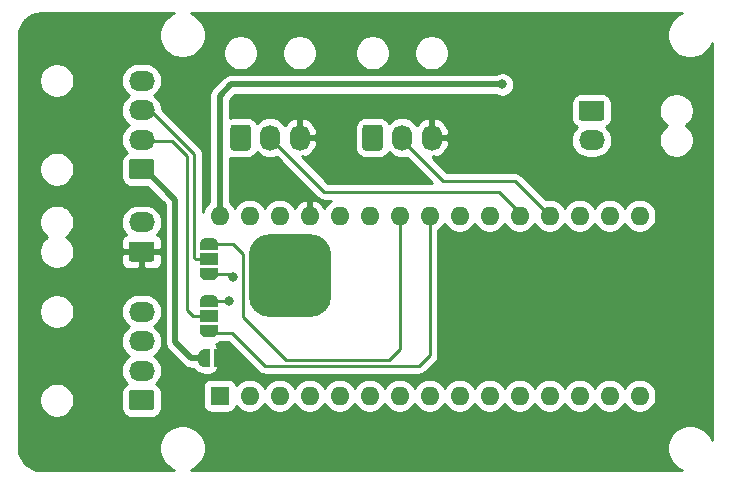
<source format=gbr>
%TF.GenerationSoftware,KiCad,Pcbnew,(5.1.8)-1*%
%TF.CreationDate,2021-05-07T13:22:02+02:00*%
%TF.ProjectId,Inputs_Volante,496e7075-7473-45f5-966f-6c616e74652e,rev?*%
%TF.SameCoordinates,Original*%
%TF.FileFunction,Copper,L2,Bot*%
%TF.FilePolarity,Positive*%
%FSLAX46Y46*%
G04 Gerber Fmt 4.6, Leading zero omitted, Abs format (unit mm)*
G04 Created by KiCad (PCBNEW (5.1.8)-1) date 2021-05-07 13:22:02*
%MOMM*%
%LPD*%
G01*
G04 APERTURE LIST*
%TA.AperFunction,ComponentPad*%
%ADD10O,2.200000X1.700000*%
%TD*%
%TA.AperFunction,ComponentPad*%
%ADD11O,1.600000X1.600000*%
%TD*%
%TA.AperFunction,ComponentPad*%
%ADD12R,1.600000X1.600000*%
%TD*%
%TA.AperFunction,SMDPad,CuDef*%
%ADD13C,0.100000*%
%TD*%
%TA.AperFunction,SMDPad,CuDef*%
%ADD14R,1.500000X1.000000*%
%TD*%
%TA.AperFunction,ComponentPad*%
%ADD15O,1.700000X2.200000*%
%TD*%
%TA.AperFunction,ViaPad*%
%ADD16C,0.800000*%
%TD*%
%TA.AperFunction,Conductor*%
%ADD17C,0.500000*%
%TD*%
%TA.AperFunction,Conductor*%
%ADD18C,0.250000*%
%TD*%
%TA.AperFunction,Conductor*%
%ADD19C,0.254000*%
%TD*%
%TA.AperFunction,Conductor*%
%ADD20C,0.100000*%
%TD*%
G04 APERTURE END LIST*
%TO.P, ,1*%
%TO.N,N/C*%
%TA.AperFunction,ComponentPad*%
G36*
G01*
X75113000Y-89634000D02*
X75113000Y-86134000D01*
G75*
G02*
X76863000Y-84384000I1750000J0D01*
G01*
X80363000Y-84384000D01*
G75*
G02*
X82113000Y-86134000I0J-1750000D01*
G01*
X82113000Y-89634000D01*
G75*
G02*
X80363000Y-91384000I-1750000J0D01*
G01*
X76863000Y-91384000D01*
G75*
G02*
X75113000Y-89634000I0J1750000D01*
G01*
G37*
%TD.AperFunction*%
%TD*%
D10*
%TO.P,J6,4*%
%TO.N,Btn0*%
X66040000Y-90925000D03*
%TO.P,J6,3*%
%TO.N,Btn1*%
X66040000Y-93425000D03*
%TO.P,J6,2*%
%TO.N,Btn2*%
X66040000Y-95925000D03*
%TO.P,J6,1*%
%TO.N,Btn3*%
%TA.AperFunction,ComponentPad*%
G36*
G01*
X67140000Y-97825000D02*
X67140000Y-99025000D01*
G75*
G02*
X66890000Y-99275000I-250000J0D01*
G01*
X65190000Y-99275000D01*
G75*
G02*
X64940000Y-99025000I0J250000D01*
G01*
X64940000Y-97825000D01*
G75*
G02*
X65190000Y-97575000I250000J0D01*
G01*
X66890000Y-97575000D01*
G75*
G02*
X67140000Y-97825000I0J-250000D01*
G01*
G37*
%TD.AperFunction*%
%TD*%
%TO.P,J5,2*%
%TO.N,GND*%
X66040000Y-83352000D03*
%TO.P,J5,1*%
%TO.N,VCC*%
%TA.AperFunction,ComponentPad*%
G36*
G01*
X67140000Y-85252000D02*
X67140000Y-86452000D01*
G75*
G02*
X66890000Y-86702000I-250000J0D01*
G01*
X65190000Y-86702000D01*
G75*
G02*
X64940000Y-86452000I0J250000D01*
G01*
X64940000Y-85252000D01*
G75*
G02*
X65190000Y-85002000I250000J0D01*
G01*
X66890000Y-85002000D01*
G75*
G02*
X67140000Y-85252000I0J-250000D01*
G01*
G37*
%TD.AperFunction*%
%TD*%
D11*
%TO.P,A1,16*%
%TO.N,Net-(A1-Pad16)*%
X108204000Y-82804000D03*
%TO.P,A1,15*%
%TO.N,Net-(A1-Pad15)*%
X108204000Y-98044000D03*
%TO.P,A1,30*%
%TO.N,+12V*%
X72644000Y-82804000D03*
%TO.P,A1,14*%
%TO.N,Net-(A1-Pad14)*%
X105664000Y-98044000D03*
%TO.P,A1,29*%
%TO.N,GND*%
X75184000Y-82804000D03*
%TO.P,A1,13*%
%TO.N,Net-(A1-Pad13)*%
X103124000Y-98044000D03*
%TO.P,A1,28*%
%TO.N,Net-(A1-Pad28)*%
X77724000Y-82804000D03*
%TO.P,A1,12*%
%TO.N,Net-(A1-Pad12)*%
X100584000Y-98044000D03*
%TO.P,A1,27*%
%TO.N,VCC*%
X80264000Y-82804000D03*
%TO.P,A1,11*%
%TO.N,Net-(A1-Pad11)*%
X98044000Y-98044000D03*
%TO.P,A1,26*%
%TO.N,Net-(A1-Pad26)*%
X82804000Y-82804000D03*
%TO.P,A1,10*%
%TO.N,Net-(A1-Pad10)*%
X95504000Y-98044000D03*
%TO.P,A1,25*%
%TO.N,Net-(A1-Pad25)*%
X85344000Y-82804000D03*
%TO.P,A1,9*%
%TO.N,Net-(A1-Pad9)*%
X92964000Y-98044000D03*
%TO.P,A1,24*%
%TO.N,SCL*%
X87884000Y-82804000D03*
%TO.P,A1,8*%
%TO.N,Btn3*%
X90424000Y-98044000D03*
%TO.P,A1,23*%
%TO.N,SDA*%
X90424000Y-82804000D03*
%TO.P,A1,7*%
%TO.N,Btn2*%
X87884000Y-98044000D03*
%TO.P,A1,22*%
%TO.N,Net-(A1-Pad22)*%
X92964000Y-82804000D03*
%TO.P,A1,6*%
%TO.N,Btn1*%
X85344000Y-98044000D03*
%TO.P,A1,21*%
%TO.N,Net-(A1-Pad21)*%
X95504000Y-82804000D03*
%TO.P,A1,5*%
%TO.N,Btn0*%
X82804000Y-98044000D03*
%TO.P,A1,20*%
%TO.N,Enco1_D*%
X98044000Y-82804000D03*
%TO.P,A1,4*%
%TO.N,GND*%
X80264000Y-98044000D03*
%TO.P,A1,19*%
%TO.N,Enco0_D*%
X100584000Y-82804000D03*
%TO.P,A1,3*%
%TO.N,Net-(A1-Pad3)*%
X77724000Y-98044000D03*
%TO.P,A1,18*%
%TO.N,Net-(A1-Pad18)*%
X103124000Y-82804000D03*
%TO.P,A1,2*%
%TO.N,RX*%
X75184000Y-98044000D03*
%TO.P,A1,17*%
%TO.N,Net-(A1-Pad17)*%
X105664000Y-82804000D03*
D12*
%TO.P,A1,1*%
%TO.N,TX*%
X72644000Y-98044000D03*
%TD*%
%TA.AperFunction,SMDPad,CuDef*%
D13*
%TO.P,JP3,2*%
%TO.N,Net-(J2-Pad1)*%
G36*
X71359000Y-95618398D02*
G01*
X71334466Y-95618398D01*
X71285635Y-95613588D01*
X71237510Y-95604016D01*
X71190555Y-95589772D01*
X71145222Y-95570995D01*
X71101949Y-95547864D01*
X71061150Y-95520604D01*
X71023221Y-95489476D01*
X70988524Y-95454779D01*
X70957396Y-95416850D01*
X70930136Y-95376051D01*
X70907005Y-95332778D01*
X70888228Y-95287445D01*
X70873984Y-95240490D01*
X70864412Y-95192365D01*
X70859602Y-95143534D01*
X70859602Y-95119000D01*
X70859000Y-95119000D01*
X70859000Y-94619000D01*
X70859602Y-94619000D01*
X70859602Y-94594466D01*
X70864412Y-94545635D01*
X70873984Y-94497510D01*
X70888228Y-94450555D01*
X70907005Y-94405222D01*
X70930136Y-94361949D01*
X70957396Y-94321150D01*
X70988524Y-94283221D01*
X71023221Y-94248524D01*
X71061150Y-94217396D01*
X71101949Y-94190136D01*
X71145222Y-94167005D01*
X71190555Y-94148228D01*
X71237510Y-94133984D01*
X71285635Y-94124412D01*
X71334466Y-94119602D01*
X71359000Y-94119602D01*
X71359000Y-94119000D01*
X71859000Y-94119000D01*
X71859000Y-95619000D01*
X71359000Y-95619000D01*
X71359000Y-95618398D01*
G37*
%TD.AperFunction*%
%TA.AperFunction,SMDPad,CuDef*%
%TO.P,JP3,1*%
%TO.N,VCC*%
G36*
X72159000Y-94119000D02*
G01*
X72659000Y-94119000D01*
X72659000Y-94119602D01*
X72683534Y-94119602D01*
X72732365Y-94124412D01*
X72780490Y-94133984D01*
X72827445Y-94148228D01*
X72872778Y-94167005D01*
X72916051Y-94190136D01*
X72956850Y-94217396D01*
X72994779Y-94248524D01*
X73029476Y-94283221D01*
X73060604Y-94321150D01*
X73087864Y-94361949D01*
X73110995Y-94405222D01*
X73129772Y-94450555D01*
X73144016Y-94497510D01*
X73153588Y-94545635D01*
X73158398Y-94594466D01*
X73158398Y-94619000D01*
X73159000Y-94619000D01*
X73159000Y-95119000D01*
X73158398Y-95119000D01*
X73158398Y-95143534D01*
X73153588Y-95192365D01*
X73144016Y-95240490D01*
X73129772Y-95287445D01*
X73110995Y-95332778D01*
X73087864Y-95376051D01*
X73060604Y-95416850D01*
X73029476Y-95454779D01*
X72994779Y-95489476D01*
X72956850Y-95520604D01*
X72916051Y-95547864D01*
X72872778Y-95570995D01*
X72827445Y-95589772D01*
X72780490Y-95604016D01*
X72732365Y-95613588D01*
X72683534Y-95618398D01*
X72659000Y-95618398D01*
X72659000Y-95619000D01*
X72159000Y-95619000D01*
X72159000Y-94119000D01*
G37*
%TD.AperFunction*%
%TD*%
D14*
%TO.P,JP2,2*%
%TO.N,Net-(J2-Pad2)*%
X71755000Y-91313000D03*
%TA.AperFunction,SMDPad,CuDef*%
D13*
%TO.P,JP2,3*%
%TO.N,SDA*%
G36*
X72504398Y-92613000D02*
G01*
X72504398Y-92637534D01*
X72499588Y-92686365D01*
X72490016Y-92734490D01*
X72475772Y-92781445D01*
X72456995Y-92826778D01*
X72433864Y-92870051D01*
X72406604Y-92910850D01*
X72375476Y-92948779D01*
X72340779Y-92983476D01*
X72302850Y-93014604D01*
X72262051Y-93041864D01*
X72218778Y-93064995D01*
X72173445Y-93083772D01*
X72126490Y-93098016D01*
X72078365Y-93107588D01*
X72029534Y-93112398D01*
X72005000Y-93112398D01*
X72005000Y-93113000D01*
X71505000Y-93113000D01*
X71505000Y-93112398D01*
X71480466Y-93112398D01*
X71431635Y-93107588D01*
X71383510Y-93098016D01*
X71336555Y-93083772D01*
X71291222Y-93064995D01*
X71247949Y-93041864D01*
X71207150Y-93014604D01*
X71169221Y-92983476D01*
X71134524Y-92948779D01*
X71103396Y-92910850D01*
X71076136Y-92870051D01*
X71053005Y-92826778D01*
X71034228Y-92781445D01*
X71019984Y-92734490D01*
X71010412Y-92686365D01*
X71005602Y-92637534D01*
X71005602Y-92613000D01*
X71005000Y-92613000D01*
X71005000Y-92063000D01*
X72505000Y-92063000D01*
X72505000Y-92613000D01*
X72504398Y-92613000D01*
G37*
%TD.AperFunction*%
%TA.AperFunction,SMDPad,CuDef*%
%TO.P,JP2,1*%
%TO.N,TX*%
G36*
X71005000Y-90563000D02*
G01*
X71005000Y-90013000D01*
X71005602Y-90013000D01*
X71005602Y-89988466D01*
X71010412Y-89939635D01*
X71019984Y-89891510D01*
X71034228Y-89844555D01*
X71053005Y-89799222D01*
X71076136Y-89755949D01*
X71103396Y-89715150D01*
X71134524Y-89677221D01*
X71169221Y-89642524D01*
X71207150Y-89611396D01*
X71247949Y-89584136D01*
X71291222Y-89561005D01*
X71336555Y-89542228D01*
X71383510Y-89527984D01*
X71431635Y-89518412D01*
X71480466Y-89513602D01*
X71505000Y-89513602D01*
X71505000Y-89513000D01*
X72005000Y-89513000D01*
X72005000Y-89513602D01*
X72029534Y-89513602D01*
X72078365Y-89518412D01*
X72126490Y-89527984D01*
X72173445Y-89542228D01*
X72218778Y-89561005D01*
X72262051Y-89584136D01*
X72302850Y-89611396D01*
X72340779Y-89642524D01*
X72375476Y-89677221D01*
X72406604Y-89715150D01*
X72433864Y-89755949D01*
X72456995Y-89799222D01*
X72475772Y-89844555D01*
X72490016Y-89891510D01*
X72499588Y-89939635D01*
X72504398Y-89988466D01*
X72504398Y-90013000D01*
X72505000Y-90013000D01*
X72505000Y-90563000D01*
X71005000Y-90563000D01*
G37*
%TD.AperFunction*%
%TD*%
D14*
%TO.P,JP1,2*%
%TO.N,Net-(J2-Pad3)*%
X71755000Y-86487000D03*
%TA.AperFunction,SMDPad,CuDef*%
D13*
%TO.P,JP1,3*%
%TO.N,RX*%
G36*
X72504398Y-87787000D02*
G01*
X72504398Y-87811534D01*
X72499588Y-87860365D01*
X72490016Y-87908490D01*
X72475772Y-87955445D01*
X72456995Y-88000778D01*
X72433864Y-88044051D01*
X72406604Y-88084850D01*
X72375476Y-88122779D01*
X72340779Y-88157476D01*
X72302850Y-88188604D01*
X72262051Y-88215864D01*
X72218778Y-88238995D01*
X72173445Y-88257772D01*
X72126490Y-88272016D01*
X72078365Y-88281588D01*
X72029534Y-88286398D01*
X72005000Y-88286398D01*
X72005000Y-88287000D01*
X71505000Y-88287000D01*
X71505000Y-88286398D01*
X71480466Y-88286398D01*
X71431635Y-88281588D01*
X71383510Y-88272016D01*
X71336555Y-88257772D01*
X71291222Y-88238995D01*
X71247949Y-88215864D01*
X71207150Y-88188604D01*
X71169221Y-88157476D01*
X71134524Y-88122779D01*
X71103396Y-88084850D01*
X71076136Y-88044051D01*
X71053005Y-88000778D01*
X71034228Y-87955445D01*
X71019984Y-87908490D01*
X71010412Y-87860365D01*
X71005602Y-87811534D01*
X71005602Y-87787000D01*
X71005000Y-87787000D01*
X71005000Y-87237000D01*
X72505000Y-87237000D01*
X72505000Y-87787000D01*
X72504398Y-87787000D01*
G37*
%TD.AperFunction*%
%TA.AperFunction,SMDPad,CuDef*%
%TO.P,JP1,1*%
%TO.N,SCL*%
G36*
X71005000Y-85737000D02*
G01*
X71005000Y-85187000D01*
X71005602Y-85187000D01*
X71005602Y-85162466D01*
X71010412Y-85113635D01*
X71019984Y-85065510D01*
X71034228Y-85018555D01*
X71053005Y-84973222D01*
X71076136Y-84929949D01*
X71103396Y-84889150D01*
X71134524Y-84851221D01*
X71169221Y-84816524D01*
X71207150Y-84785396D01*
X71247949Y-84758136D01*
X71291222Y-84735005D01*
X71336555Y-84716228D01*
X71383510Y-84701984D01*
X71431635Y-84692412D01*
X71480466Y-84687602D01*
X71505000Y-84687602D01*
X71505000Y-84687000D01*
X72005000Y-84687000D01*
X72005000Y-84687602D01*
X72029534Y-84687602D01*
X72078365Y-84692412D01*
X72126490Y-84701984D01*
X72173445Y-84716228D01*
X72218778Y-84735005D01*
X72262051Y-84758136D01*
X72302850Y-84785396D01*
X72340779Y-84816524D01*
X72375476Y-84851221D01*
X72406604Y-84889150D01*
X72433864Y-84929949D01*
X72456995Y-84973222D01*
X72475772Y-85018555D01*
X72490016Y-85065510D01*
X72499588Y-85113635D01*
X72504398Y-85162466D01*
X72504398Y-85187000D01*
X72505000Y-85187000D01*
X72505000Y-85737000D01*
X71005000Y-85737000D01*
G37*
%TD.AperFunction*%
%TD*%
D15*
%TO.P,J4,3*%
%TO.N,VCC*%
X79422000Y-76200000D03*
%TO.P,J4,2*%
%TO.N,Enco1_D*%
X76922000Y-76200000D03*
%TO.P,J4,1*%
%TO.N,GND*%
%TA.AperFunction,ComponentPad*%
G36*
G01*
X75022000Y-77300000D02*
X73822000Y-77300000D01*
G75*
G02*
X73572000Y-77050000I0J250000D01*
G01*
X73572000Y-75350000D01*
G75*
G02*
X73822000Y-75100000I250000J0D01*
G01*
X75022000Y-75100000D01*
G75*
G02*
X75272000Y-75350000I0J-250000D01*
G01*
X75272000Y-77050000D01*
G75*
G02*
X75022000Y-77300000I-250000J0D01*
G01*
G37*
%TD.AperFunction*%
%TD*%
%TO.P,J3,3*%
%TO.N,VCC*%
X90598000Y-76200000D03*
%TO.P,J3,2*%
%TO.N,Enco0_D*%
X88098000Y-76200000D03*
%TO.P,J3,1*%
%TO.N,GND*%
%TA.AperFunction,ComponentPad*%
G36*
G01*
X86198000Y-77300000D02*
X84998000Y-77300000D01*
G75*
G02*
X84748000Y-77050000I0J250000D01*
G01*
X84748000Y-75350000D01*
G75*
G02*
X84998000Y-75100000I250000J0D01*
G01*
X86198000Y-75100000D01*
G75*
G02*
X86448000Y-75350000I0J-250000D01*
G01*
X86448000Y-77050000D01*
G75*
G02*
X86198000Y-77300000I-250000J0D01*
G01*
G37*
%TD.AperFunction*%
%TD*%
D10*
%TO.P,J2,4*%
%TO.N,GND*%
X66040000Y-71367000D03*
%TO.P,J2,3*%
%TO.N,Net-(J2-Pad3)*%
X66040000Y-73867000D03*
%TO.P,J2,2*%
%TO.N,Net-(J2-Pad2)*%
X66040000Y-76367000D03*
%TO.P,J2,1*%
%TO.N,Net-(J2-Pad1)*%
%TA.AperFunction,ComponentPad*%
G36*
G01*
X67140000Y-78267000D02*
X67140000Y-79467000D01*
G75*
G02*
X66890000Y-79717000I-250000J0D01*
G01*
X65190000Y-79717000D01*
G75*
G02*
X64940000Y-79467000I0J250000D01*
G01*
X64940000Y-78267000D01*
G75*
G02*
X65190000Y-78017000I250000J0D01*
G01*
X66890000Y-78017000D01*
G75*
G02*
X67140000Y-78267000I0J-250000D01*
G01*
G37*
%TD.AperFunction*%
%TD*%
%TO.P,J1,2*%
%TO.N,GND*%
X104140000Y-76414000D03*
%TO.P,J1,1*%
%TO.N,+12V*%
%TA.AperFunction,ComponentPad*%
G36*
G01*
X103040000Y-74514000D02*
X103040000Y-73314000D01*
G75*
G02*
X103290000Y-73064000I250000J0D01*
G01*
X104990000Y-73064000D01*
G75*
G02*
X105240000Y-73314000I0J-250000D01*
G01*
X105240000Y-74514000D01*
G75*
G02*
X104990000Y-74764000I-250000J0D01*
G01*
X103290000Y-74764000D01*
G75*
G02*
X103040000Y-74514000I0J250000D01*
G01*
G37*
%TD.AperFunction*%
%TD*%
D16*
%TO.N,*%
X80772000Y-85344000D03*
X78740000Y-85344000D03*
X76708000Y-85344000D03*
X76708000Y-87884000D03*
X76708000Y-90424000D03*
X78740000Y-90424000D03*
X80772000Y-90424000D03*
X80772000Y-87884000D03*
X79756000Y-86360000D03*
X77724000Y-86360000D03*
X77724000Y-89408000D03*
X79756000Y-89408000D03*
%TO.N,+12V*%
X96583500Y-71691500D03*
%TO.N,RX*%
X73787000Y-88011000D03*
%TO.N,TX*%
X73406000Y-90043000D03*
%TD*%
D17*
%TO.N,+12V*%
X96583500Y-71691500D02*
X73596500Y-71691500D01*
X73596500Y-71691500D02*
X72644000Y-72644000D01*
X72644000Y-72644000D02*
X72644000Y-82677000D01*
D18*
%TO.N,SCL*%
X87884000Y-82804000D02*
X87884000Y-94107000D01*
X86995000Y-94996000D02*
X78232000Y-94996000D01*
X87884000Y-94107000D02*
X86995000Y-94996000D01*
X78232000Y-94996000D02*
X74639002Y-91403002D01*
X74639002Y-91403002D02*
X74639002Y-86704002D01*
X74639002Y-86704002D02*
X74639002Y-86069002D01*
X74639002Y-86069002D02*
X73787000Y-85217000D01*
X73787000Y-85217000D02*
X71755000Y-85217000D01*
%TO.N,SDA*%
X90424000Y-94615000D02*
X89535000Y-95504000D01*
X89535000Y-95504000D02*
X76454000Y-95504000D01*
X76454000Y-95504000D02*
X73660000Y-92710000D01*
X73660000Y-92710000D02*
X72644000Y-92710000D01*
X72644000Y-92710000D02*
X71882000Y-92710000D01*
X90424000Y-82804000D02*
X90424000Y-94615000D01*
%TO.N,Enco1_D*%
X76922000Y-76200000D02*
X81494000Y-80772000D01*
X81494000Y-80772000D02*
X96266000Y-80772000D01*
X96266000Y-80772000D02*
X98171000Y-82677000D01*
X98171000Y-82677000D02*
X98171000Y-82550000D01*
X98171000Y-82550000D02*
X98044000Y-82550000D01*
%TO.N,Enco0_D*%
X100584000Y-82804000D02*
X97663000Y-79883000D01*
X97663000Y-79883000D02*
X92369285Y-79883000D01*
X92369285Y-79883000D02*
X91567000Y-79883000D01*
X91567000Y-79883000D02*
X88011000Y-76327000D01*
%TO.N,RX*%
X73563000Y-87787000D02*
X73787000Y-88011000D01*
X71755000Y-87787000D02*
X73563000Y-87787000D01*
%TO.N,TX*%
X73376000Y-90013000D02*
X73406000Y-90043000D01*
X71755000Y-90013000D02*
X73376000Y-90013000D01*
%TO.N,Net-(J2-Pad3)*%
X70485000Y-77597000D02*
X66548000Y-73660000D01*
X70485000Y-86360000D02*
X70485000Y-77597000D01*
X70612000Y-86487000D02*
X70485000Y-86360000D01*
X71755000Y-86487000D02*
X70612000Y-86487000D01*
%TO.N,Net-(J2-Pad2)*%
X69858000Y-89654000D02*
X69858000Y-77732000D01*
X69858000Y-77732000D02*
X68580000Y-76454000D01*
X68580000Y-76454000D02*
X66294000Y-76454000D01*
X69858000Y-89875636D02*
X69850000Y-89883636D01*
X69858000Y-89654000D02*
X69858000Y-89875636D01*
X69850000Y-89883636D02*
X69850000Y-90805000D01*
X69850000Y-90805000D02*
X70358000Y-91313000D01*
X70358000Y-91313000D02*
X71882000Y-91313000D01*
D17*
%TO.N,Net-(J2-Pad1)*%
X66294000Y-78867000D02*
X66484500Y-79057500D01*
X68893989Y-91641989D02*
X68893989Y-81466989D01*
X68893989Y-81466989D02*
X66294000Y-78867000D01*
X68893989Y-91641989D02*
X68893989Y-93531989D01*
X68893989Y-93531989D02*
X70231000Y-94869000D01*
X70231000Y-94869000D02*
X71374000Y-94869000D01*
%TD*%
D19*
%TO.N,VCC*%
X68566634Y-65753796D02*
X68243901Y-65969439D01*
X67969439Y-66243901D01*
X67753796Y-66566634D01*
X67605258Y-66925236D01*
X67529534Y-67305926D01*
X67529534Y-67694074D01*
X67605258Y-68074764D01*
X67753796Y-68433366D01*
X67969439Y-68756099D01*
X68243901Y-69030561D01*
X68566634Y-69246204D01*
X68925236Y-69394742D01*
X69305926Y-69470466D01*
X69694074Y-69470466D01*
X70074764Y-69394742D01*
X70433366Y-69246204D01*
X70756099Y-69030561D01*
X70912920Y-68873740D01*
X72937000Y-68873740D01*
X72937000Y-69166260D01*
X72994068Y-69453158D01*
X73106010Y-69723411D01*
X73268525Y-69966632D01*
X73475368Y-70173475D01*
X73718589Y-70335990D01*
X73988842Y-70447932D01*
X74275740Y-70505000D01*
X74568260Y-70505000D01*
X74855158Y-70447932D01*
X75125411Y-70335990D01*
X75368632Y-70173475D01*
X75575475Y-69966632D01*
X75737990Y-69723411D01*
X75849932Y-69453158D01*
X75907000Y-69166260D01*
X75907000Y-68873740D01*
X77937000Y-68873740D01*
X77937000Y-69166260D01*
X77994068Y-69453158D01*
X78106010Y-69723411D01*
X78268525Y-69966632D01*
X78475368Y-70173475D01*
X78718589Y-70335990D01*
X78988842Y-70447932D01*
X79275740Y-70505000D01*
X79568260Y-70505000D01*
X79855158Y-70447932D01*
X80125411Y-70335990D01*
X80368632Y-70173475D01*
X80575475Y-69966632D01*
X80737990Y-69723411D01*
X80849932Y-69453158D01*
X80907000Y-69166260D01*
X80907000Y-68873740D01*
X84113000Y-68873740D01*
X84113000Y-69166260D01*
X84170068Y-69453158D01*
X84282010Y-69723411D01*
X84444525Y-69966632D01*
X84651368Y-70173475D01*
X84894589Y-70335990D01*
X85164842Y-70447932D01*
X85451740Y-70505000D01*
X85744260Y-70505000D01*
X86031158Y-70447932D01*
X86301411Y-70335990D01*
X86544632Y-70173475D01*
X86751475Y-69966632D01*
X86913990Y-69723411D01*
X87025932Y-69453158D01*
X87083000Y-69166260D01*
X87083000Y-68873740D01*
X89113000Y-68873740D01*
X89113000Y-69166260D01*
X89170068Y-69453158D01*
X89282010Y-69723411D01*
X89444525Y-69966632D01*
X89651368Y-70173475D01*
X89894589Y-70335990D01*
X90164842Y-70447932D01*
X90451740Y-70505000D01*
X90744260Y-70505000D01*
X91031158Y-70447932D01*
X91301411Y-70335990D01*
X91544632Y-70173475D01*
X91751475Y-69966632D01*
X91913990Y-69723411D01*
X92025932Y-69453158D01*
X92083000Y-69166260D01*
X92083000Y-68873740D01*
X92025932Y-68586842D01*
X91913990Y-68316589D01*
X91751475Y-68073368D01*
X91544632Y-67866525D01*
X91301411Y-67704010D01*
X91031158Y-67592068D01*
X90744260Y-67535000D01*
X90451740Y-67535000D01*
X90164842Y-67592068D01*
X89894589Y-67704010D01*
X89651368Y-67866525D01*
X89444525Y-68073368D01*
X89282010Y-68316589D01*
X89170068Y-68586842D01*
X89113000Y-68873740D01*
X87083000Y-68873740D01*
X87025932Y-68586842D01*
X86913990Y-68316589D01*
X86751475Y-68073368D01*
X86544632Y-67866525D01*
X86301411Y-67704010D01*
X86031158Y-67592068D01*
X85744260Y-67535000D01*
X85451740Y-67535000D01*
X85164842Y-67592068D01*
X84894589Y-67704010D01*
X84651368Y-67866525D01*
X84444525Y-68073368D01*
X84282010Y-68316589D01*
X84170068Y-68586842D01*
X84113000Y-68873740D01*
X80907000Y-68873740D01*
X80849932Y-68586842D01*
X80737990Y-68316589D01*
X80575475Y-68073368D01*
X80368632Y-67866525D01*
X80125411Y-67704010D01*
X79855158Y-67592068D01*
X79568260Y-67535000D01*
X79275740Y-67535000D01*
X78988842Y-67592068D01*
X78718589Y-67704010D01*
X78475368Y-67866525D01*
X78268525Y-68073368D01*
X78106010Y-68316589D01*
X77994068Y-68586842D01*
X77937000Y-68873740D01*
X75907000Y-68873740D01*
X75849932Y-68586842D01*
X75737990Y-68316589D01*
X75575475Y-68073368D01*
X75368632Y-67866525D01*
X75125411Y-67704010D01*
X74855158Y-67592068D01*
X74568260Y-67535000D01*
X74275740Y-67535000D01*
X73988842Y-67592068D01*
X73718589Y-67704010D01*
X73475368Y-67866525D01*
X73268525Y-68073368D01*
X73106010Y-68316589D01*
X72994068Y-68586842D01*
X72937000Y-68873740D01*
X70912920Y-68873740D01*
X71030561Y-68756099D01*
X71246204Y-68433366D01*
X71394742Y-68074764D01*
X71470466Y-67694074D01*
X71470466Y-67305926D01*
X71394742Y-66925236D01*
X71246204Y-66566634D01*
X71030561Y-66243901D01*
X70756099Y-65969439D01*
X70433366Y-65753796D01*
X70206923Y-65660000D01*
X111793077Y-65660000D01*
X111566634Y-65753796D01*
X111243901Y-65969439D01*
X110969439Y-66243901D01*
X110753796Y-66566634D01*
X110605258Y-66925236D01*
X110529534Y-67305926D01*
X110529534Y-67694074D01*
X110605258Y-68074764D01*
X110753796Y-68433366D01*
X110969439Y-68756099D01*
X111243901Y-69030561D01*
X111566634Y-69246204D01*
X111925236Y-69394742D01*
X112305926Y-69470466D01*
X112694074Y-69470466D01*
X113074764Y-69394742D01*
X113433366Y-69246204D01*
X113756099Y-69030561D01*
X114030561Y-68756099D01*
X114246204Y-68433366D01*
X114340000Y-68206923D01*
X114340001Y-101793080D01*
X114246204Y-101566634D01*
X114030561Y-101243901D01*
X113756099Y-100969439D01*
X113433366Y-100753796D01*
X113074764Y-100605258D01*
X112694074Y-100529534D01*
X112305926Y-100529534D01*
X111925236Y-100605258D01*
X111566634Y-100753796D01*
X111243901Y-100969439D01*
X110969439Y-101243901D01*
X110753796Y-101566634D01*
X110605258Y-101925236D01*
X110529534Y-102305926D01*
X110529534Y-102694074D01*
X110605258Y-103074764D01*
X110753796Y-103433366D01*
X110969439Y-103756099D01*
X111243901Y-104030561D01*
X111566634Y-104246204D01*
X111793077Y-104340000D01*
X70206923Y-104340000D01*
X70433366Y-104246204D01*
X70756099Y-104030561D01*
X71030561Y-103756099D01*
X71246204Y-103433366D01*
X71394742Y-103074764D01*
X71470466Y-102694074D01*
X71470466Y-102305926D01*
X71394742Y-101925236D01*
X71246204Y-101566634D01*
X71030561Y-101243901D01*
X70756099Y-100969439D01*
X70433366Y-100753796D01*
X70074764Y-100605258D01*
X69694074Y-100529534D01*
X69305926Y-100529534D01*
X68925236Y-100605258D01*
X68566634Y-100753796D01*
X68243901Y-100969439D01*
X67969439Y-101243901D01*
X67753796Y-101566634D01*
X67605258Y-101925236D01*
X67529534Y-102305926D01*
X67529534Y-102694074D01*
X67605258Y-103074764D01*
X67753796Y-103433366D01*
X67969439Y-103756099D01*
X68243901Y-104030561D01*
X68566634Y-104246204D01*
X68793077Y-104340000D01*
X57532279Y-104340000D01*
X57143224Y-104301853D01*
X56800036Y-104198238D01*
X56483511Y-104029939D01*
X56205704Y-103803365D01*
X55977195Y-103527146D01*
X55806690Y-103211803D01*
X55700681Y-102869344D01*
X55660000Y-102482288D01*
X55660000Y-98278740D01*
X57375000Y-98278740D01*
X57375000Y-98571260D01*
X57432068Y-98858158D01*
X57544010Y-99128411D01*
X57706525Y-99371632D01*
X57913368Y-99578475D01*
X58156589Y-99740990D01*
X58426842Y-99852932D01*
X58713740Y-99910000D01*
X59006260Y-99910000D01*
X59293158Y-99852932D01*
X59563411Y-99740990D01*
X59806632Y-99578475D01*
X60013475Y-99371632D01*
X60175990Y-99128411D01*
X60287932Y-98858158D01*
X60345000Y-98571260D01*
X60345000Y-98278740D01*
X60287932Y-97991842D01*
X60175990Y-97721589D01*
X60013475Y-97478368D01*
X59806632Y-97271525D01*
X59563411Y-97109010D01*
X59293158Y-96997068D01*
X59006260Y-96940000D01*
X58713740Y-96940000D01*
X58426842Y-96997068D01*
X58156589Y-97109010D01*
X57913368Y-97271525D01*
X57706525Y-97478368D01*
X57544010Y-97721589D01*
X57432068Y-97991842D01*
X57375000Y-98278740D01*
X55660000Y-98278740D01*
X55660000Y-90778740D01*
X57375000Y-90778740D01*
X57375000Y-91071260D01*
X57432068Y-91358158D01*
X57544010Y-91628411D01*
X57706525Y-91871632D01*
X57913368Y-92078475D01*
X58156589Y-92240990D01*
X58426842Y-92352932D01*
X58713740Y-92410000D01*
X59006260Y-92410000D01*
X59293158Y-92352932D01*
X59563411Y-92240990D01*
X59806632Y-92078475D01*
X60013475Y-91871632D01*
X60175990Y-91628411D01*
X60287932Y-91358158D01*
X60345000Y-91071260D01*
X60345000Y-90925000D01*
X64297815Y-90925000D01*
X64326487Y-91216111D01*
X64411401Y-91496034D01*
X64549294Y-91754014D01*
X64734866Y-91980134D01*
X64960986Y-92165706D01*
X64978374Y-92175000D01*
X64960986Y-92184294D01*
X64734866Y-92369866D01*
X64549294Y-92595986D01*
X64411401Y-92853966D01*
X64326487Y-93133889D01*
X64297815Y-93425000D01*
X64326487Y-93716111D01*
X64411401Y-93996034D01*
X64549294Y-94254014D01*
X64734866Y-94480134D01*
X64960986Y-94665706D01*
X64978374Y-94675000D01*
X64960986Y-94684294D01*
X64734866Y-94869866D01*
X64549294Y-95095986D01*
X64411401Y-95353966D01*
X64326487Y-95633889D01*
X64297815Y-95925000D01*
X64326487Y-96216111D01*
X64411401Y-96496034D01*
X64549294Y-96754014D01*
X64734866Y-96980134D01*
X64798337Y-97032223D01*
X64696614Y-97086595D01*
X64562038Y-97197038D01*
X64451595Y-97331614D01*
X64369528Y-97485150D01*
X64318992Y-97651746D01*
X64301928Y-97825000D01*
X64301928Y-99025000D01*
X64318992Y-99198254D01*
X64369528Y-99364850D01*
X64451595Y-99518386D01*
X64562038Y-99652962D01*
X64696614Y-99763405D01*
X64850150Y-99845472D01*
X65016746Y-99896008D01*
X65190000Y-99913072D01*
X66890000Y-99913072D01*
X67063254Y-99896008D01*
X67229850Y-99845472D01*
X67383386Y-99763405D01*
X67517962Y-99652962D01*
X67628405Y-99518386D01*
X67710472Y-99364850D01*
X67761008Y-99198254D01*
X67778072Y-99025000D01*
X67778072Y-97825000D01*
X67761008Y-97651746D01*
X67710472Y-97485150D01*
X67628405Y-97331614D01*
X67556503Y-97244000D01*
X71205928Y-97244000D01*
X71205928Y-98844000D01*
X71218188Y-98968482D01*
X71254498Y-99088180D01*
X71313463Y-99198494D01*
X71392815Y-99295185D01*
X71489506Y-99374537D01*
X71599820Y-99433502D01*
X71719518Y-99469812D01*
X71844000Y-99482072D01*
X73444000Y-99482072D01*
X73568482Y-99469812D01*
X73688180Y-99433502D01*
X73798494Y-99374537D01*
X73895185Y-99295185D01*
X73974537Y-99198494D01*
X74033502Y-99088180D01*
X74069812Y-98968482D01*
X74070643Y-98960039D01*
X74269241Y-99158637D01*
X74504273Y-99315680D01*
X74765426Y-99423853D01*
X75042665Y-99479000D01*
X75325335Y-99479000D01*
X75602574Y-99423853D01*
X75863727Y-99315680D01*
X76098759Y-99158637D01*
X76298637Y-98958759D01*
X76454000Y-98726241D01*
X76609363Y-98958759D01*
X76809241Y-99158637D01*
X77044273Y-99315680D01*
X77305426Y-99423853D01*
X77582665Y-99479000D01*
X77865335Y-99479000D01*
X78142574Y-99423853D01*
X78403727Y-99315680D01*
X78638759Y-99158637D01*
X78838637Y-98958759D01*
X78994000Y-98726241D01*
X79149363Y-98958759D01*
X79349241Y-99158637D01*
X79584273Y-99315680D01*
X79845426Y-99423853D01*
X80122665Y-99479000D01*
X80405335Y-99479000D01*
X80682574Y-99423853D01*
X80943727Y-99315680D01*
X81178759Y-99158637D01*
X81378637Y-98958759D01*
X81534000Y-98726241D01*
X81689363Y-98958759D01*
X81889241Y-99158637D01*
X82124273Y-99315680D01*
X82385426Y-99423853D01*
X82662665Y-99479000D01*
X82945335Y-99479000D01*
X83222574Y-99423853D01*
X83483727Y-99315680D01*
X83718759Y-99158637D01*
X83918637Y-98958759D01*
X84074000Y-98726241D01*
X84229363Y-98958759D01*
X84429241Y-99158637D01*
X84664273Y-99315680D01*
X84925426Y-99423853D01*
X85202665Y-99479000D01*
X85485335Y-99479000D01*
X85762574Y-99423853D01*
X86023727Y-99315680D01*
X86258759Y-99158637D01*
X86458637Y-98958759D01*
X86614000Y-98726241D01*
X86769363Y-98958759D01*
X86969241Y-99158637D01*
X87204273Y-99315680D01*
X87465426Y-99423853D01*
X87742665Y-99479000D01*
X88025335Y-99479000D01*
X88302574Y-99423853D01*
X88563727Y-99315680D01*
X88798759Y-99158637D01*
X88998637Y-98958759D01*
X89154000Y-98726241D01*
X89309363Y-98958759D01*
X89509241Y-99158637D01*
X89744273Y-99315680D01*
X90005426Y-99423853D01*
X90282665Y-99479000D01*
X90565335Y-99479000D01*
X90842574Y-99423853D01*
X91103727Y-99315680D01*
X91338759Y-99158637D01*
X91538637Y-98958759D01*
X91694000Y-98726241D01*
X91849363Y-98958759D01*
X92049241Y-99158637D01*
X92284273Y-99315680D01*
X92545426Y-99423853D01*
X92822665Y-99479000D01*
X93105335Y-99479000D01*
X93382574Y-99423853D01*
X93643727Y-99315680D01*
X93878759Y-99158637D01*
X94078637Y-98958759D01*
X94234000Y-98726241D01*
X94389363Y-98958759D01*
X94589241Y-99158637D01*
X94824273Y-99315680D01*
X95085426Y-99423853D01*
X95362665Y-99479000D01*
X95645335Y-99479000D01*
X95922574Y-99423853D01*
X96183727Y-99315680D01*
X96418759Y-99158637D01*
X96618637Y-98958759D01*
X96774000Y-98726241D01*
X96929363Y-98958759D01*
X97129241Y-99158637D01*
X97364273Y-99315680D01*
X97625426Y-99423853D01*
X97902665Y-99479000D01*
X98185335Y-99479000D01*
X98462574Y-99423853D01*
X98723727Y-99315680D01*
X98958759Y-99158637D01*
X99158637Y-98958759D01*
X99314000Y-98726241D01*
X99469363Y-98958759D01*
X99669241Y-99158637D01*
X99904273Y-99315680D01*
X100165426Y-99423853D01*
X100442665Y-99479000D01*
X100725335Y-99479000D01*
X101002574Y-99423853D01*
X101263727Y-99315680D01*
X101498759Y-99158637D01*
X101698637Y-98958759D01*
X101854000Y-98726241D01*
X102009363Y-98958759D01*
X102209241Y-99158637D01*
X102444273Y-99315680D01*
X102705426Y-99423853D01*
X102982665Y-99479000D01*
X103265335Y-99479000D01*
X103542574Y-99423853D01*
X103803727Y-99315680D01*
X104038759Y-99158637D01*
X104238637Y-98958759D01*
X104394000Y-98726241D01*
X104549363Y-98958759D01*
X104749241Y-99158637D01*
X104984273Y-99315680D01*
X105245426Y-99423853D01*
X105522665Y-99479000D01*
X105805335Y-99479000D01*
X106082574Y-99423853D01*
X106343727Y-99315680D01*
X106578759Y-99158637D01*
X106778637Y-98958759D01*
X106934000Y-98726241D01*
X107089363Y-98958759D01*
X107289241Y-99158637D01*
X107524273Y-99315680D01*
X107785426Y-99423853D01*
X108062665Y-99479000D01*
X108345335Y-99479000D01*
X108622574Y-99423853D01*
X108883727Y-99315680D01*
X109118759Y-99158637D01*
X109318637Y-98958759D01*
X109475680Y-98723727D01*
X109583853Y-98462574D01*
X109639000Y-98185335D01*
X109639000Y-97902665D01*
X109583853Y-97625426D01*
X109475680Y-97364273D01*
X109318637Y-97129241D01*
X109118759Y-96929363D01*
X108883727Y-96772320D01*
X108622574Y-96664147D01*
X108345335Y-96609000D01*
X108062665Y-96609000D01*
X107785426Y-96664147D01*
X107524273Y-96772320D01*
X107289241Y-96929363D01*
X107089363Y-97129241D01*
X106934000Y-97361759D01*
X106778637Y-97129241D01*
X106578759Y-96929363D01*
X106343727Y-96772320D01*
X106082574Y-96664147D01*
X105805335Y-96609000D01*
X105522665Y-96609000D01*
X105245426Y-96664147D01*
X104984273Y-96772320D01*
X104749241Y-96929363D01*
X104549363Y-97129241D01*
X104394000Y-97361759D01*
X104238637Y-97129241D01*
X104038759Y-96929363D01*
X103803727Y-96772320D01*
X103542574Y-96664147D01*
X103265335Y-96609000D01*
X102982665Y-96609000D01*
X102705426Y-96664147D01*
X102444273Y-96772320D01*
X102209241Y-96929363D01*
X102009363Y-97129241D01*
X101854000Y-97361759D01*
X101698637Y-97129241D01*
X101498759Y-96929363D01*
X101263727Y-96772320D01*
X101002574Y-96664147D01*
X100725335Y-96609000D01*
X100442665Y-96609000D01*
X100165426Y-96664147D01*
X99904273Y-96772320D01*
X99669241Y-96929363D01*
X99469363Y-97129241D01*
X99314000Y-97361759D01*
X99158637Y-97129241D01*
X98958759Y-96929363D01*
X98723727Y-96772320D01*
X98462574Y-96664147D01*
X98185335Y-96609000D01*
X97902665Y-96609000D01*
X97625426Y-96664147D01*
X97364273Y-96772320D01*
X97129241Y-96929363D01*
X96929363Y-97129241D01*
X96774000Y-97361759D01*
X96618637Y-97129241D01*
X96418759Y-96929363D01*
X96183727Y-96772320D01*
X95922574Y-96664147D01*
X95645335Y-96609000D01*
X95362665Y-96609000D01*
X95085426Y-96664147D01*
X94824273Y-96772320D01*
X94589241Y-96929363D01*
X94389363Y-97129241D01*
X94234000Y-97361759D01*
X94078637Y-97129241D01*
X93878759Y-96929363D01*
X93643727Y-96772320D01*
X93382574Y-96664147D01*
X93105335Y-96609000D01*
X92822665Y-96609000D01*
X92545426Y-96664147D01*
X92284273Y-96772320D01*
X92049241Y-96929363D01*
X91849363Y-97129241D01*
X91694000Y-97361759D01*
X91538637Y-97129241D01*
X91338759Y-96929363D01*
X91103727Y-96772320D01*
X90842574Y-96664147D01*
X90565335Y-96609000D01*
X90282665Y-96609000D01*
X90005426Y-96664147D01*
X89744273Y-96772320D01*
X89509241Y-96929363D01*
X89309363Y-97129241D01*
X89154000Y-97361759D01*
X88998637Y-97129241D01*
X88798759Y-96929363D01*
X88563727Y-96772320D01*
X88302574Y-96664147D01*
X88025335Y-96609000D01*
X87742665Y-96609000D01*
X87465426Y-96664147D01*
X87204273Y-96772320D01*
X86969241Y-96929363D01*
X86769363Y-97129241D01*
X86614000Y-97361759D01*
X86458637Y-97129241D01*
X86258759Y-96929363D01*
X86023727Y-96772320D01*
X85762574Y-96664147D01*
X85485335Y-96609000D01*
X85202665Y-96609000D01*
X84925426Y-96664147D01*
X84664273Y-96772320D01*
X84429241Y-96929363D01*
X84229363Y-97129241D01*
X84074000Y-97361759D01*
X83918637Y-97129241D01*
X83718759Y-96929363D01*
X83483727Y-96772320D01*
X83222574Y-96664147D01*
X82945335Y-96609000D01*
X82662665Y-96609000D01*
X82385426Y-96664147D01*
X82124273Y-96772320D01*
X81889241Y-96929363D01*
X81689363Y-97129241D01*
X81534000Y-97361759D01*
X81378637Y-97129241D01*
X81178759Y-96929363D01*
X80943727Y-96772320D01*
X80682574Y-96664147D01*
X80405335Y-96609000D01*
X80122665Y-96609000D01*
X79845426Y-96664147D01*
X79584273Y-96772320D01*
X79349241Y-96929363D01*
X79149363Y-97129241D01*
X78994000Y-97361759D01*
X78838637Y-97129241D01*
X78638759Y-96929363D01*
X78403727Y-96772320D01*
X78142574Y-96664147D01*
X77865335Y-96609000D01*
X77582665Y-96609000D01*
X77305426Y-96664147D01*
X77044273Y-96772320D01*
X76809241Y-96929363D01*
X76609363Y-97129241D01*
X76454000Y-97361759D01*
X76298637Y-97129241D01*
X76098759Y-96929363D01*
X75863727Y-96772320D01*
X75602574Y-96664147D01*
X75325335Y-96609000D01*
X75042665Y-96609000D01*
X74765426Y-96664147D01*
X74504273Y-96772320D01*
X74269241Y-96929363D01*
X74070643Y-97127961D01*
X74069812Y-97119518D01*
X74033502Y-96999820D01*
X73974537Y-96889506D01*
X73895185Y-96792815D01*
X73798494Y-96713463D01*
X73688180Y-96654498D01*
X73568482Y-96618188D01*
X73444000Y-96605928D01*
X71844000Y-96605928D01*
X71719518Y-96618188D01*
X71599820Y-96654498D01*
X71489506Y-96713463D01*
X71392815Y-96792815D01*
X71313463Y-96889506D01*
X71254498Y-96999820D01*
X71218188Y-97119518D01*
X71205928Y-97244000D01*
X67556503Y-97244000D01*
X67517962Y-97197038D01*
X67383386Y-97086595D01*
X67281663Y-97032223D01*
X67345134Y-96980134D01*
X67530706Y-96754014D01*
X67668599Y-96496034D01*
X67753513Y-96216111D01*
X67782185Y-95925000D01*
X67753513Y-95633889D01*
X67668599Y-95353966D01*
X67530706Y-95095986D01*
X67345134Y-94869866D01*
X67119014Y-94684294D01*
X67101626Y-94675000D01*
X67119014Y-94665706D01*
X67345134Y-94480134D01*
X67530706Y-94254014D01*
X67668599Y-93996034D01*
X67753513Y-93716111D01*
X67782185Y-93425000D01*
X67753513Y-93133889D01*
X67668599Y-92853966D01*
X67530706Y-92595986D01*
X67345134Y-92369866D01*
X67119014Y-92184294D01*
X67101626Y-92175000D01*
X67119014Y-92165706D01*
X67345134Y-91980134D01*
X67530706Y-91754014D01*
X67668599Y-91496034D01*
X67753513Y-91216111D01*
X67782185Y-90925000D01*
X67753513Y-90633889D01*
X67668599Y-90353966D01*
X67530706Y-90095986D01*
X67345134Y-89869866D01*
X67119014Y-89684294D01*
X66861034Y-89546401D01*
X66581111Y-89461487D01*
X66362950Y-89440000D01*
X65717050Y-89440000D01*
X65498889Y-89461487D01*
X65218966Y-89546401D01*
X64960986Y-89684294D01*
X64734866Y-89869866D01*
X64549294Y-90095986D01*
X64411401Y-90353966D01*
X64326487Y-90633889D01*
X64297815Y-90925000D01*
X60345000Y-90925000D01*
X60345000Y-90778740D01*
X60287932Y-90491842D01*
X60175990Y-90221589D01*
X60013475Y-89978368D01*
X59806632Y-89771525D01*
X59563411Y-89609010D01*
X59293158Y-89497068D01*
X59006260Y-89440000D01*
X58713740Y-89440000D01*
X58426842Y-89497068D01*
X58156589Y-89609010D01*
X57913368Y-89771525D01*
X57706525Y-89978368D01*
X57544010Y-90221589D01*
X57432068Y-90491842D01*
X57375000Y-90778740D01*
X55660000Y-90778740D01*
X55660000Y-83205740D01*
X57375000Y-83205740D01*
X57375000Y-83498260D01*
X57432068Y-83785158D01*
X57544010Y-84055411D01*
X57706525Y-84298632D01*
X57913368Y-84505475D01*
X58057828Y-84602000D01*
X57913368Y-84698525D01*
X57706525Y-84905368D01*
X57544010Y-85148589D01*
X57432068Y-85418842D01*
X57375000Y-85705740D01*
X57375000Y-85998260D01*
X57432068Y-86285158D01*
X57544010Y-86555411D01*
X57706525Y-86798632D01*
X57913368Y-87005475D01*
X58156589Y-87167990D01*
X58426842Y-87279932D01*
X58713740Y-87337000D01*
X59006260Y-87337000D01*
X59293158Y-87279932D01*
X59563411Y-87167990D01*
X59806632Y-87005475D01*
X60013475Y-86798632D01*
X60078042Y-86702000D01*
X64301928Y-86702000D01*
X64314188Y-86826482D01*
X64350498Y-86946180D01*
X64409463Y-87056494D01*
X64488815Y-87153185D01*
X64585506Y-87232537D01*
X64695820Y-87291502D01*
X64815518Y-87327812D01*
X64940000Y-87340072D01*
X65754250Y-87337000D01*
X65913000Y-87178250D01*
X65913000Y-85979000D01*
X66167000Y-85979000D01*
X66167000Y-87178250D01*
X66325750Y-87337000D01*
X67140000Y-87340072D01*
X67264482Y-87327812D01*
X67384180Y-87291502D01*
X67494494Y-87232537D01*
X67591185Y-87153185D01*
X67670537Y-87056494D01*
X67729502Y-86946180D01*
X67765812Y-86826482D01*
X67778072Y-86702000D01*
X67775000Y-86137750D01*
X67616250Y-85979000D01*
X66167000Y-85979000D01*
X65913000Y-85979000D01*
X64463750Y-85979000D01*
X64305000Y-86137750D01*
X64301928Y-86702000D01*
X60078042Y-86702000D01*
X60175990Y-86555411D01*
X60287932Y-86285158D01*
X60345000Y-85998260D01*
X60345000Y-85705740D01*
X60287932Y-85418842D01*
X60175990Y-85148589D01*
X60013475Y-84905368D01*
X59806632Y-84698525D01*
X59662172Y-84602000D01*
X59806632Y-84505475D01*
X60013475Y-84298632D01*
X60175990Y-84055411D01*
X60287932Y-83785158D01*
X60345000Y-83498260D01*
X60345000Y-83352000D01*
X64297815Y-83352000D01*
X64326487Y-83643111D01*
X64411401Y-83923034D01*
X64549294Y-84181014D01*
X64730608Y-84401945D01*
X64695820Y-84412498D01*
X64585506Y-84471463D01*
X64488815Y-84550815D01*
X64409463Y-84647506D01*
X64350498Y-84757820D01*
X64314188Y-84877518D01*
X64301928Y-85002000D01*
X64305000Y-85566250D01*
X64463750Y-85725000D01*
X65913000Y-85725000D01*
X65913000Y-85705000D01*
X66167000Y-85705000D01*
X66167000Y-85725000D01*
X67616250Y-85725000D01*
X67775000Y-85566250D01*
X67778072Y-85002000D01*
X67765812Y-84877518D01*
X67729502Y-84757820D01*
X67670537Y-84647506D01*
X67591185Y-84550815D01*
X67494494Y-84471463D01*
X67384180Y-84412498D01*
X67349392Y-84401945D01*
X67530706Y-84181014D01*
X67668599Y-83923034D01*
X67753513Y-83643111D01*
X67782185Y-83352000D01*
X67753513Y-83060889D01*
X67668599Y-82780966D01*
X67530706Y-82522986D01*
X67345134Y-82296866D01*
X67119014Y-82111294D01*
X66861034Y-81973401D01*
X66581111Y-81888487D01*
X66362950Y-81867000D01*
X65717050Y-81867000D01*
X65498889Y-81888487D01*
X65218966Y-81973401D01*
X64960986Y-82111294D01*
X64734866Y-82296866D01*
X64549294Y-82522986D01*
X64411401Y-82780966D01*
X64326487Y-83060889D01*
X64297815Y-83352000D01*
X60345000Y-83352000D01*
X60345000Y-83205740D01*
X60287932Y-82918842D01*
X60175990Y-82648589D01*
X60013475Y-82405368D01*
X59806632Y-82198525D01*
X59563411Y-82036010D01*
X59293158Y-81924068D01*
X59006260Y-81867000D01*
X58713740Y-81867000D01*
X58426842Y-81924068D01*
X58156589Y-82036010D01*
X57913368Y-82198525D01*
X57706525Y-82405368D01*
X57544010Y-82648589D01*
X57432068Y-82918842D01*
X57375000Y-83205740D01*
X55660000Y-83205740D01*
X55660000Y-78720740D01*
X57375000Y-78720740D01*
X57375000Y-79013260D01*
X57432068Y-79300158D01*
X57544010Y-79570411D01*
X57706525Y-79813632D01*
X57913368Y-80020475D01*
X58156589Y-80182990D01*
X58426842Y-80294932D01*
X58713740Y-80352000D01*
X59006260Y-80352000D01*
X59293158Y-80294932D01*
X59563411Y-80182990D01*
X59806632Y-80020475D01*
X60013475Y-79813632D01*
X60175990Y-79570411D01*
X60287932Y-79300158D01*
X60345000Y-79013260D01*
X60345000Y-78720740D01*
X60287932Y-78433842D01*
X60175990Y-78163589D01*
X60013475Y-77920368D01*
X59806632Y-77713525D01*
X59563411Y-77551010D01*
X59293158Y-77439068D01*
X59006260Y-77382000D01*
X58713740Y-77382000D01*
X58426842Y-77439068D01*
X58156589Y-77551010D01*
X57913368Y-77713525D01*
X57706525Y-77920368D01*
X57544010Y-78163589D01*
X57432068Y-78433842D01*
X57375000Y-78720740D01*
X55660000Y-78720740D01*
X55660000Y-71220740D01*
X57375000Y-71220740D01*
X57375000Y-71513260D01*
X57432068Y-71800158D01*
X57544010Y-72070411D01*
X57706525Y-72313632D01*
X57913368Y-72520475D01*
X58156589Y-72682990D01*
X58426842Y-72794932D01*
X58713740Y-72852000D01*
X59006260Y-72852000D01*
X59293158Y-72794932D01*
X59563411Y-72682990D01*
X59806632Y-72520475D01*
X60013475Y-72313632D01*
X60175990Y-72070411D01*
X60287932Y-71800158D01*
X60345000Y-71513260D01*
X60345000Y-71367000D01*
X64297815Y-71367000D01*
X64326487Y-71658111D01*
X64411401Y-71938034D01*
X64549294Y-72196014D01*
X64734866Y-72422134D01*
X64960986Y-72607706D01*
X64978374Y-72617000D01*
X64960986Y-72626294D01*
X64734866Y-72811866D01*
X64549294Y-73037986D01*
X64411401Y-73295966D01*
X64326487Y-73575889D01*
X64297815Y-73867000D01*
X64326487Y-74158111D01*
X64411401Y-74438034D01*
X64549294Y-74696014D01*
X64734866Y-74922134D01*
X64960986Y-75107706D01*
X64978374Y-75117000D01*
X64960986Y-75126294D01*
X64734866Y-75311866D01*
X64549294Y-75537986D01*
X64411401Y-75795966D01*
X64326487Y-76075889D01*
X64297815Y-76367000D01*
X64326487Y-76658111D01*
X64411401Y-76938034D01*
X64549294Y-77196014D01*
X64734866Y-77422134D01*
X64798337Y-77474223D01*
X64696614Y-77528595D01*
X64562038Y-77639038D01*
X64451595Y-77773614D01*
X64369528Y-77927150D01*
X64318992Y-78093746D01*
X64301928Y-78267000D01*
X64301928Y-79467000D01*
X64318992Y-79640254D01*
X64369528Y-79806850D01*
X64451595Y-79960386D01*
X64562038Y-80094962D01*
X64696614Y-80205405D01*
X64850150Y-80287472D01*
X65016746Y-80338008D01*
X65190000Y-80355072D01*
X66530494Y-80355072D01*
X68008990Y-81833569D01*
X68008989Y-91598512D01*
X68008989Y-91598513D01*
X68008990Y-93488510D01*
X68004708Y-93531989D01*
X68021794Y-93705479D01*
X68072401Y-93872302D01*
X68154579Y-94026048D01*
X68237457Y-94127035D01*
X68237460Y-94127038D01*
X68265173Y-94160806D01*
X68298940Y-94188518D01*
X69574470Y-95464049D01*
X69602183Y-95497817D01*
X69635951Y-95525530D01*
X69635953Y-95525532D01*
X69707452Y-95584210D01*
X69736941Y-95608411D01*
X69890687Y-95690589D01*
X70057510Y-95741195D01*
X70187523Y-95754000D01*
X70187533Y-95754000D01*
X70230999Y-95758281D01*
X70274465Y-95754000D01*
X70417442Y-95754000D01*
X70441958Y-95790691D01*
X70521310Y-95887382D01*
X70590618Y-95956690D01*
X70687309Y-96036042D01*
X70768808Y-96090498D01*
X70879125Y-96149464D01*
X70969681Y-96186973D01*
X71089377Y-96223282D01*
X71185510Y-96242404D01*
X71309991Y-96254664D01*
X71334550Y-96254664D01*
X71359000Y-96257072D01*
X71859000Y-96257072D01*
X71983482Y-96244812D01*
X72103180Y-96208502D01*
X72213494Y-96149537D01*
X72310185Y-96070185D01*
X72389537Y-95973494D01*
X72448502Y-95863180D01*
X72484812Y-95743482D01*
X72497072Y-95619000D01*
X72497072Y-94119000D01*
X72484812Y-93994518D01*
X72448502Y-93874820D01*
X72389537Y-93764506D01*
X72335601Y-93698785D01*
X72394319Y-93680973D01*
X72484875Y-93643464D01*
X72595192Y-93584498D01*
X72676691Y-93530042D01*
X72749853Y-93470000D01*
X73345199Y-93470000D01*
X75890201Y-96015003D01*
X75913999Y-96044001D01*
X76029724Y-96138974D01*
X76161753Y-96209546D01*
X76305014Y-96253003D01*
X76416667Y-96264000D01*
X76416675Y-96264000D01*
X76454000Y-96267676D01*
X76491325Y-96264000D01*
X89497678Y-96264000D01*
X89535000Y-96267676D01*
X89572322Y-96264000D01*
X89572333Y-96264000D01*
X89683986Y-96253003D01*
X89827247Y-96209546D01*
X89959276Y-96138974D01*
X90075001Y-96044001D01*
X90098803Y-96014998D01*
X90935003Y-95178799D01*
X90964001Y-95155001D01*
X91058974Y-95039276D01*
X91129546Y-94907247D01*
X91173003Y-94763986D01*
X91184000Y-94652333D01*
X91184000Y-94652323D01*
X91187676Y-94615000D01*
X91184000Y-94577677D01*
X91184000Y-84022043D01*
X91338759Y-83918637D01*
X91538637Y-83718759D01*
X91694000Y-83486241D01*
X91849363Y-83718759D01*
X92049241Y-83918637D01*
X92284273Y-84075680D01*
X92545426Y-84183853D01*
X92822665Y-84239000D01*
X93105335Y-84239000D01*
X93382574Y-84183853D01*
X93643727Y-84075680D01*
X93878759Y-83918637D01*
X94078637Y-83718759D01*
X94234000Y-83486241D01*
X94389363Y-83718759D01*
X94589241Y-83918637D01*
X94824273Y-84075680D01*
X95085426Y-84183853D01*
X95362665Y-84239000D01*
X95645335Y-84239000D01*
X95922574Y-84183853D01*
X96183727Y-84075680D01*
X96418759Y-83918637D01*
X96618637Y-83718759D01*
X96774000Y-83486241D01*
X96929363Y-83718759D01*
X97129241Y-83918637D01*
X97364273Y-84075680D01*
X97625426Y-84183853D01*
X97902665Y-84239000D01*
X98185335Y-84239000D01*
X98462574Y-84183853D01*
X98723727Y-84075680D01*
X98958759Y-83918637D01*
X99158637Y-83718759D01*
X99314000Y-83486241D01*
X99469363Y-83718759D01*
X99669241Y-83918637D01*
X99904273Y-84075680D01*
X100165426Y-84183853D01*
X100442665Y-84239000D01*
X100725335Y-84239000D01*
X101002574Y-84183853D01*
X101263727Y-84075680D01*
X101498759Y-83918637D01*
X101698637Y-83718759D01*
X101854000Y-83486241D01*
X102009363Y-83718759D01*
X102209241Y-83918637D01*
X102444273Y-84075680D01*
X102705426Y-84183853D01*
X102982665Y-84239000D01*
X103265335Y-84239000D01*
X103542574Y-84183853D01*
X103803727Y-84075680D01*
X104038759Y-83918637D01*
X104238637Y-83718759D01*
X104394000Y-83486241D01*
X104549363Y-83718759D01*
X104749241Y-83918637D01*
X104984273Y-84075680D01*
X105245426Y-84183853D01*
X105522665Y-84239000D01*
X105805335Y-84239000D01*
X106082574Y-84183853D01*
X106343727Y-84075680D01*
X106578759Y-83918637D01*
X106778637Y-83718759D01*
X106934000Y-83486241D01*
X107089363Y-83718759D01*
X107289241Y-83918637D01*
X107524273Y-84075680D01*
X107785426Y-84183853D01*
X108062665Y-84239000D01*
X108345335Y-84239000D01*
X108622574Y-84183853D01*
X108883727Y-84075680D01*
X109118759Y-83918637D01*
X109318637Y-83718759D01*
X109475680Y-83483727D01*
X109583853Y-83222574D01*
X109639000Y-82945335D01*
X109639000Y-82662665D01*
X109583853Y-82385426D01*
X109475680Y-82124273D01*
X109318637Y-81889241D01*
X109118759Y-81689363D01*
X108883727Y-81532320D01*
X108622574Y-81424147D01*
X108345335Y-81369000D01*
X108062665Y-81369000D01*
X107785426Y-81424147D01*
X107524273Y-81532320D01*
X107289241Y-81689363D01*
X107089363Y-81889241D01*
X106934000Y-82121759D01*
X106778637Y-81889241D01*
X106578759Y-81689363D01*
X106343727Y-81532320D01*
X106082574Y-81424147D01*
X105805335Y-81369000D01*
X105522665Y-81369000D01*
X105245426Y-81424147D01*
X104984273Y-81532320D01*
X104749241Y-81689363D01*
X104549363Y-81889241D01*
X104394000Y-82121759D01*
X104238637Y-81889241D01*
X104038759Y-81689363D01*
X103803727Y-81532320D01*
X103542574Y-81424147D01*
X103265335Y-81369000D01*
X102982665Y-81369000D01*
X102705426Y-81424147D01*
X102444273Y-81532320D01*
X102209241Y-81689363D01*
X102009363Y-81889241D01*
X101854000Y-82121759D01*
X101698637Y-81889241D01*
X101498759Y-81689363D01*
X101263727Y-81532320D01*
X101002574Y-81424147D01*
X100725335Y-81369000D01*
X100442665Y-81369000D01*
X100260114Y-81405312D01*
X98226804Y-79372003D01*
X98203001Y-79342999D01*
X98087276Y-79248026D01*
X97955247Y-79177454D01*
X97811986Y-79133997D01*
X97700333Y-79123000D01*
X97700322Y-79123000D01*
X97663000Y-79119324D01*
X97625678Y-79123000D01*
X91881803Y-79123000D01*
X90693802Y-77935000D01*
X90725002Y-77935000D01*
X90725002Y-77770156D01*
X90954890Y-77891476D01*
X91065493Y-77870357D01*
X91333608Y-77751862D01*
X91573454Y-77583337D01*
X91775814Y-77371259D01*
X91932911Y-77123777D01*
X92038708Y-76850402D01*
X92089140Y-76561640D01*
X91988689Y-76414000D01*
X102397815Y-76414000D01*
X102426487Y-76705111D01*
X102511401Y-76985034D01*
X102649294Y-77243014D01*
X102834866Y-77469134D01*
X103060986Y-77654706D01*
X103318966Y-77792599D01*
X103598889Y-77877513D01*
X103817050Y-77899000D01*
X104462950Y-77899000D01*
X104681111Y-77877513D01*
X104961034Y-77792599D01*
X105219014Y-77654706D01*
X105445134Y-77469134D01*
X105630706Y-77243014D01*
X105768599Y-76985034D01*
X105853513Y-76705111D01*
X105882185Y-76414000D01*
X105853513Y-76122889D01*
X105768599Y-75842966D01*
X105630706Y-75584986D01*
X105445134Y-75358866D01*
X105381663Y-75306777D01*
X105483386Y-75252405D01*
X105617962Y-75141962D01*
X105728405Y-75007386D01*
X105810472Y-74853850D01*
X105861008Y-74687254D01*
X105878072Y-74514000D01*
X105878072Y-73767740D01*
X109835000Y-73767740D01*
X109835000Y-74060260D01*
X109892068Y-74347158D01*
X110004010Y-74617411D01*
X110166525Y-74860632D01*
X110373368Y-75067475D01*
X110517828Y-75164000D01*
X110373368Y-75260525D01*
X110166525Y-75467368D01*
X110004010Y-75710589D01*
X109892068Y-75980842D01*
X109835000Y-76267740D01*
X109835000Y-76560260D01*
X109892068Y-76847158D01*
X110004010Y-77117411D01*
X110166525Y-77360632D01*
X110373368Y-77567475D01*
X110616589Y-77729990D01*
X110886842Y-77841932D01*
X111173740Y-77899000D01*
X111466260Y-77899000D01*
X111753158Y-77841932D01*
X112023411Y-77729990D01*
X112266632Y-77567475D01*
X112473475Y-77360632D01*
X112635990Y-77117411D01*
X112747932Y-76847158D01*
X112805000Y-76560260D01*
X112805000Y-76267740D01*
X112747932Y-75980842D01*
X112635990Y-75710589D01*
X112473475Y-75467368D01*
X112266632Y-75260525D01*
X112122172Y-75164000D01*
X112266632Y-75067475D01*
X112473475Y-74860632D01*
X112635990Y-74617411D01*
X112747932Y-74347158D01*
X112805000Y-74060260D01*
X112805000Y-73767740D01*
X112747932Y-73480842D01*
X112635990Y-73210589D01*
X112473475Y-72967368D01*
X112266632Y-72760525D01*
X112023411Y-72598010D01*
X111753158Y-72486068D01*
X111466260Y-72429000D01*
X111173740Y-72429000D01*
X110886842Y-72486068D01*
X110616589Y-72598010D01*
X110373368Y-72760525D01*
X110166525Y-72967368D01*
X110004010Y-73210589D01*
X109892068Y-73480842D01*
X109835000Y-73767740D01*
X105878072Y-73767740D01*
X105878072Y-73314000D01*
X105861008Y-73140746D01*
X105810472Y-72974150D01*
X105728405Y-72820614D01*
X105617962Y-72686038D01*
X105483386Y-72575595D01*
X105329850Y-72493528D01*
X105163254Y-72442992D01*
X104990000Y-72425928D01*
X103290000Y-72425928D01*
X103116746Y-72442992D01*
X102950150Y-72493528D01*
X102796614Y-72575595D01*
X102662038Y-72686038D01*
X102551595Y-72820614D01*
X102469528Y-72974150D01*
X102418992Y-73140746D01*
X102401928Y-73314000D01*
X102401928Y-74514000D01*
X102418992Y-74687254D01*
X102469528Y-74853850D01*
X102551595Y-75007386D01*
X102662038Y-75141962D01*
X102796614Y-75252405D01*
X102898337Y-75306777D01*
X102834866Y-75358866D01*
X102649294Y-75584986D01*
X102511401Y-75842966D01*
X102426487Y-76122889D01*
X102397815Y-76414000D01*
X91988689Y-76414000D01*
X91929496Y-76327000D01*
X90725000Y-76327000D01*
X90725000Y-76347000D01*
X90471000Y-76347000D01*
X90471000Y-76327000D01*
X90451000Y-76327000D01*
X90451000Y-76073000D01*
X90471000Y-76073000D01*
X90471000Y-74629845D01*
X90725000Y-74629845D01*
X90725000Y-76073000D01*
X91929496Y-76073000D01*
X92089140Y-75838360D01*
X92038708Y-75549598D01*
X91932911Y-75276223D01*
X91775814Y-75028741D01*
X91573454Y-74816663D01*
X91333608Y-74648138D01*
X91065493Y-74529643D01*
X90954890Y-74508524D01*
X90725000Y-74629845D01*
X90471000Y-74629845D01*
X90241110Y-74508524D01*
X90130507Y-74529643D01*
X89862392Y-74648138D01*
X89622546Y-74816663D01*
X89420186Y-75028741D01*
X89349185Y-75140592D01*
X89338706Y-75120986D01*
X89153134Y-74894866D01*
X88927013Y-74709294D01*
X88669033Y-74571401D01*
X88389110Y-74486487D01*
X88098000Y-74457815D01*
X87806889Y-74486487D01*
X87526966Y-74571401D01*
X87268986Y-74709294D01*
X87042866Y-74894866D01*
X86990777Y-74958337D01*
X86936405Y-74856614D01*
X86825962Y-74722038D01*
X86691386Y-74611595D01*
X86537850Y-74529528D01*
X86371254Y-74478992D01*
X86198000Y-74461928D01*
X84998000Y-74461928D01*
X84824746Y-74478992D01*
X84658150Y-74529528D01*
X84504614Y-74611595D01*
X84370038Y-74722038D01*
X84259595Y-74856614D01*
X84177528Y-75010150D01*
X84126992Y-75176746D01*
X84109928Y-75350000D01*
X84109928Y-77050000D01*
X84126992Y-77223254D01*
X84177528Y-77389850D01*
X84259595Y-77543386D01*
X84370038Y-77677962D01*
X84504614Y-77788405D01*
X84658150Y-77870472D01*
X84824746Y-77921008D01*
X84998000Y-77938072D01*
X86198000Y-77938072D01*
X86371254Y-77921008D01*
X86537850Y-77870472D01*
X86691386Y-77788405D01*
X86825962Y-77677962D01*
X86936405Y-77543386D01*
X86990777Y-77441663D01*
X87042866Y-77505134D01*
X87268987Y-77690706D01*
X87526967Y-77828599D01*
X87806890Y-77913513D01*
X88098000Y-77942185D01*
X88389111Y-77913513D01*
X88491617Y-77882418D01*
X90621197Y-80012000D01*
X81808803Y-80012000D01*
X79587023Y-77790221D01*
X79778890Y-77891476D01*
X79889493Y-77870357D01*
X80157608Y-77751862D01*
X80397454Y-77583337D01*
X80599814Y-77371259D01*
X80756911Y-77123777D01*
X80862708Y-76850402D01*
X80913140Y-76561640D01*
X80753496Y-76327000D01*
X79549000Y-76327000D01*
X79549000Y-76347000D01*
X79295000Y-76347000D01*
X79295000Y-76327000D01*
X79275000Y-76327000D01*
X79275000Y-76073000D01*
X79295000Y-76073000D01*
X79295000Y-74629845D01*
X79549000Y-74629845D01*
X79549000Y-76073000D01*
X80753496Y-76073000D01*
X80913140Y-75838360D01*
X80862708Y-75549598D01*
X80756911Y-75276223D01*
X80599814Y-75028741D01*
X80397454Y-74816663D01*
X80157608Y-74648138D01*
X79889493Y-74529643D01*
X79778890Y-74508524D01*
X79549000Y-74629845D01*
X79295000Y-74629845D01*
X79065110Y-74508524D01*
X78954507Y-74529643D01*
X78686392Y-74648138D01*
X78446546Y-74816663D01*
X78244186Y-75028741D01*
X78173185Y-75140592D01*
X78162706Y-75120986D01*
X77977134Y-74894866D01*
X77751013Y-74709294D01*
X77493033Y-74571401D01*
X77213110Y-74486487D01*
X76922000Y-74457815D01*
X76630889Y-74486487D01*
X76350966Y-74571401D01*
X76092986Y-74709294D01*
X75866866Y-74894866D01*
X75814777Y-74958337D01*
X75760405Y-74856614D01*
X75649962Y-74722038D01*
X75515386Y-74611595D01*
X75361850Y-74529528D01*
X75195254Y-74478992D01*
X75022000Y-74461928D01*
X73822000Y-74461928D01*
X73648746Y-74478992D01*
X73529000Y-74515316D01*
X73529000Y-73010578D01*
X73963079Y-72576500D01*
X96045046Y-72576500D01*
X96093244Y-72608705D01*
X96281602Y-72686726D01*
X96481561Y-72726500D01*
X96685439Y-72726500D01*
X96885398Y-72686726D01*
X97073756Y-72608705D01*
X97243274Y-72495437D01*
X97387437Y-72351274D01*
X97500705Y-72181756D01*
X97578726Y-71993398D01*
X97618500Y-71793439D01*
X97618500Y-71589561D01*
X97578726Y-71389602D01*
X97500705Y-71201244D01*
X97387437Y-71031726D01*
X97243274Y-70887563D01*
X97073756Y-70774295D01*
X96885398Y-70696274D01*
X96685439Y-70656500D01*
X96481561Y-70656500D01*
X96281602Y-70696274D01*
X96093244Y-70774295D01*
X96045046Y-70806500D01*
X73639965Y-70806500D01*
X73596499Y-70802219D01*
X73553033Y-70806500D01*
X73553023Y-70806500D01*
X73423010Y-70819305D01*
X73256187Y-70869911D01*
X73102441Y-70952089D01*
X73102439Y-70952090D01*
X73102440Y-70952090D01*
X73001453Y-71034968D01*
X73001451Y-71034970D01*
X72967683Y-71062683D01*
X72939970Y-71096451D01*
X72048956Y-71987466D01*
X72015183Y-72015183D01*
X71904589Y-72149942D01*
X71822411Y-72303688D01*
X71771805Y-72470511D01*
X71759000Y-72600524D01*
X71759000Y-72600531D01*
X71754719Y-72644000D01*
X71759000Y-72687469D01*
X71759001Y-81669478D01*
X71729241Y-81689363D01*
X71529363Y-81889241D01*
X71372320Y-82124273D01*
X71264147Y-82385426D01*
X71245000Y-82481683D01*
X71245000Y-77634325D01*
X71248676Y-77597000D01*
X71245000Y-77559675D01*
X71245000Y-77559667D01*
X71234003Y-77448014D01*
X71190546Y-77304753D01*
X71119974Y-77172724D01*
X71025001Y-77056999D01*
X70996003Y-77033201D01*
X67776983Y-73814182D01*
X67753513Y-73575889D01*
X67668599Y-73295966D01*
X67530706Y-73037986D01*
X67345134Y-72811866D01*
X67119014Y-72626294D01*
X67101626Y-72617000D01*
X67119014Y-72607706D01*
X67345134Y-72422134D01*
X67530706Y-72196014D01*
X67668599Y-71938034D01*
X67753513Y-71658111D01*
X67782185Y-71367000D01*
X67753513Y-71075889D01*
X67668599Y-70795966D01*
X67530706Y-70537986D01*
X67345134Y-70311866D01*
X67119014Y-70126294D01*
X66861034Y-69988401D01*
X66581111Y-69903487D01*
X66362950Y-69882000D01*
X65717050Y-69882000D01*
X65498889Y-69903487D01*
X65218966Y-69988401D01*
X64960986Y-70126294D01*
X64734866Y-70311866D01*
X64549294Y-70537986D01*
X64411401Y-70795966D01*
X64326487Y-71075889D01*
X64297815Y-71367000D01*
X60345000Y-71367000D01*
X60345000Y-71220740D01*
X60287932Y-70933842D01*
X60175990Y-70663589D01*
X60013475Y-70420368D01*
X59806632Y-70213525D01*
X59563411Y-70051010D01*
X59293158Y-69939068D01*
X59006260Y-69882000D01*
X58713740Y-69882000D01*
X58426842Y-69939068D01*
X58156589Y-70051010D01*
X57913368Y-70213525D01*
X57706525Y-70420368D01*
X57544010Y-70663589D01*
X57432068Y-70933842D01*
X57375000Y-71220740D01*
X55660000Y-71220740D01*
X55660000Y-67532279D01*
X55698147Y-67143225D01*
X55801763Y-66800033D01*
X55970062Y-66483511D01*
X56196637Y-66205701D01*
X56472856Y-65977194D01*
X56788197Y-65806690D01*
X57130656Y-65700681D01*
X57517712Y-65660000D01*
X68793077Y-65660000D01*
X68566634Y-65753796D01*
%TA.AperFunction,Conductor*%
D20*
G36*
X68566634Y-65753796D02*
G01*
X68243901Y-65969439D01*
X67969439Y-66243901D01*
X67753796Y-66566634D01*
X67605258Y-66925236D01*
X67529534Y-67305926D01*
X67529534Y-67694074D01*
X67605258Y-68074764D01*
X67753796Y-68433366D01*
X67969439Y-68756099D01*
X68243901Y-69030561D01*
X68566634Y-69246204D01*
X68925236Y-69394742D01*
X69305926Y-69470466D01*
X69694074Y-69470466D01*
X70074764Y-69394742D01*
X70433366Y-69246204D01*
X70756099Y-69030561D01*
X70912920Y-68873740D01*
X72937000Y-68873740D01*
X72937000Y-69166260D01*
X72994068Y-69453158D01*
X73106010Y-69723411D01*
X73268525Y-69966632D01*
X73475368Y-70173475D01*
X73718589Y-70335990D01*
X73988842Y-70447932D01*
X74275740Y-70505000D01*
X74568260Y-70505000D01*
X74855158Y-70447932D01*
X75125411Y-70335990D01*
X75368632Y-70173475D01*
X75575475Y-69966632D01*
X75737990Y-69723411D01*
X75849932Y-69453158D01*
X75907000Y-69166260D01*
X75907000Y-68873740D01*
X77937000Y-68873740D01*
X77937000Y-69166260D01*
X77994068Y-69453158D01*
X78106010Y-69723411D01*
X78268525Y-69966632D01*
X78475368Y-70173475D01*
X78718589Y-70335990D01*
X78988842Y-70447932D01*
X79275740Y-70505000D01*
X79568260Y-70505000D01*
X79855158Y-70447932D01*
X80125411Y-70335990D01*
X80368632Y-70173475D01*
X80575475Y-69966632D01*
X80737990Y-69723411D01*
X80849932Y-69453158D01*
X80907000Y-69166260D01*
X80907000Y-68873740D01*
X84113000Y-68873740D01*
X84113000Y-69166260D01*
X84170068Y-69453158D01*
X84282010Y-69723411D01*
X84444525Y-69966632D01*
X84651368Y-70173475D01*
X84894589Y-70335990D01*
X85164842Y-70447932D01*
X85451740Y-70505000D01*
X85744260Y-70505000D01*
X86031158Y-70447932D01*
X86301411Y-70335990D01*
X86544632Y-70173475D01*
X86751475Y-69966632D01*
X86913990Y-69723411D01*
X87025932Y-69453158D01*
X87083000Y-69166260D01*
X87083000Y-68873740D01*
X89113000Y-68873740D01*
X89113000Y-69166260D01*
X89170068Y-69453158D01*
X89282010Y-69723411D01*
X89444525Y-69966632D01*
X89651368Y-70173475D01*
X89894589Y-70335990D01*
X90164842Y-70447932D01*
X90451740Y-70505000D01*
X90744260Y-70505000D01*
X91031158Y-70447932D01*
X91301411Y-70335990D01*
X91544632Y-70173475D01*
X91751475Y-69966632D01*
X91913990Y-69723411D01*
X92025932Y-69453158D01*
X92083000Y-69166260D01*
X92083000Y-68873740D01*
X92025932Y-68586842D01*
X91913990Y-68316589D01*
X91751475Y-68073368D01*
X91544632Y-67866525D01*
X91301411Y-67704010D01*
X91031158Y-67592068D01*
X90744260Y-67535000D01*
X90451740Y-67535000D01*
X90164842Y-67592068D01*
X89894589Y-67704010D01*
X89651368Y-67866525D01*
X89444525Y-68073368D01*
X89282010Y-68316589D01*
X89170068Y-68586842D01*
X89113000Y-68873740D01*
X87083000Y-68873740D01*
X87025932Y-68586842D01*
X86913990Y-68316589D01*
X86751475Y-68073368D01*
X86544632Y-67866525D01*
X86301411Y-67704010D01*
X86031158Y-67592068D01*
X85744260Y-67535000D01*
X85451740Y-67535000D01*
X85164842Y-67592068D01*
X84894589Y-67704010D01*
X84651368Y-67866525D01*
X84444525Y-68073368D01*
X84282010Y-68316589D01*
X84170068Y-68586842D01*
X84113000Y-68873740D01*
X80907000Y-68873740D01*
X80849932Y-68586842D01*
X80737990Y-68316589D01*
X80575475Y-68073368D01*
X80368632Y-67866525D01*
X80125411Y-67704010D01*
X79855158Y-67592068D01*
X79568260Y-67535000D01*
X79275740Y-67535000D01*
X78988842Y-67592068D01*
X78718589Y-67704010D01*
X78475368Y-67866525D01*
X78268525Y-68073368D01*
X78106010Y-68316589D01*
X77994068Y-68586842D01*
X77937000Y-68873740D01*
X75907000Y-68873740D01*
X75849932Y-68586842D01*
X75737990Y-68316589D01*
X75575475Y-68073368D01*
X75368632Y-67866525D01*
X75125411Y-67704010D01*
X74855158Y-67592068D01*
X74568260Y-67535000D01*
X74275740Y-67535000D01*
X73988842Y-67592068D01*
X73718589Y-67704010D01*
X73475368Y-67866525D01*
X73268525Y-68073368D01*
X73106010Y-68316589D01*
X72994068Y-68586842D01*
X72937000Y-68873740D01*
X70912920Y-68873740D01*
X71030561Y-68756099D01*
X71246204Y-68433366D01*
X71394742Y-68074764D01*
X71470466Y-67694074D01*
X71470466Y-67305926D01*
X71394742Y-66925236D01*
X71246204Y-66566634D01*
X71030561Y-66243901D01*
X70756099Y-65969439D01*
X70433366Y-65753796D01*
X70206923Y-65660000D01*
X111793077Y-65660000D01*
X111566634Y-65753796D01*
X111243901Y-65969439D01*
X110969439Y-66243901D01*
X110753796Y-66566634D01*
X110605258Y-66925236D01*
X110529534Y-67305926D01*
X110529534Y-67694074D01*
X110605258Y-68074764D01*
X110753796Y-68433366D01*
X110969439Y-68756099D01*
X111243901Y-69030561D01*
X111566634Y-69246204D01*
X111925236Y-69394742D01*
X112305926Y-69470466D01*
X112694074Y-69470466D01*
X113074764Y-69394742D01*
X113433366Y-69246204D01*
X113756099Y-69030561D01*
X114030561Y-68756099D01*
X114246204Y-68433366D01*
X114340000Y-68206923D01*
X114340001Y-101793080D01*
X114246204Y-101566634D01*
X114030561Y-101243901D01*
X113756099Y-100969439D01*
X113433366Y-100753796D01*
X113074764Y-100605258D01*
X112694074Y-100529534D01*
X112305926Y-100529534D01*
X111925236Y-100605258D01*
X111566634Y-100753796D01*
X111243901Y-100969439D01*
X110969439Y-101243901D01*
X110753796Y-101566634D01*
X110605258Y-101925236D01*
X110529534Y-102305926D01*
X110529534Y-102694074D01*
X110605258Y-103074764D01*
X110753796Y-103433366D01*
X110969439Y-103756099D01*
X111243901Y-104030561D01*
X111566634Y-104246204D01*
X111793077Y-104340000D01*
X70206923Y-104340000D01*
X70433366Y-104246204D01*
X70756099Y-104030561D01*
X71030561Y-103756099D01*
X71246204Y-103433366D01*
X71394742Y-103074764D01*
X71470466Y-102694074D01*
X71470466Y-102305926D01*
X71394742Y-101925236D01*
X71246204Y-101566634D01*
X71030561Y-101243901D01*
X70756099Y-100969439D01*
X70433366Y-100753796D01*
X70074764Y-100605258D01*
X69694074Y-100529534D01*
X69305926Y-100529534D01*
X68925236Y-100605258D01*
X68566634Y-100753796D01*
X68243901Y-100969439D01*
X67969439Y-101243901D01*
X67753796Y-101566634D01*
X67605258Y-101925236D01*
X67529534Y-102305926D01*
X67529534Y-102694074D01*
X67605258Y-103074764D01*
X67753796Y-103433366D01*
X67969439Y-103756099D01*
X68243901Y-104030561D01*
X68566634Y-104246204D01*
X68793077Y-104340000D01*
X57532279Y-104340000D01*
X57143224Y-104301853D01*
X56800036Y-104198238D01*
X56483511Y-104029939D01*
X56205704Y-103803365D01*
X55977195Y-103527146D01*
X55806690Y-103211803D01*
X55700681Y-102869344D01*
X55660000Y-102482288D01*
X55660000Y-98278740D01*
X57375000Y-98278740D01*
X57375000Y-98571260D01*
X57432068Y-98858158D01*
X57544010Y-99128411D01*
X57706525Y-99371632D01*
X57913368Y-99578475D01*
X58156589Y-99740990D01*
X58426842Y-99852932D01*
X58713740Y-99910000D01*
X59006260Y-99910000D01*
X59293158Y-99852932D01*
X59563411Y-99740990D01*
X59806632Y-99578475D01*
X60013475Y-99371632D01*
X60175990Y-99128411D01*
X60287932Y-98858158D01*
X60345000Y-98571260D01*
X60345000Y-98278740D01*
X60287932Y-97991842D01*
X60175990Y-97721589D01*
X60013475Y-97478368D01*
X59806632Y-97271525D01*
X59563411Y-97109010D01*
X59293158Y-96997068D01*
X59006260Y-96940000D01*
X58713740Y-96940000D01*
X58426842Y-96997068D01*
X58156589Y-97109010D01*
X57913368Y-97271525D01*
X57706525Y-97478368D01*
X57544010Y-97721589D01*
X57432068Y-97991842D01*
X57375000Y-98278740D01*
X55660000Y-98278740D01*
X55660000Y-90778740D01*
X57375000Y-90778740D01*
X57375000Y-91071260D01*
X57432068Y-91358158D01*
X57544010Y-91628411D01*
X57706525Y-91871632D01*
X57913368Y-92078475D01*
X58156589Y-92240990D01*
X58426842Y-92352932D01*
X58713740Y-92410000D01*
X59006260Y-92410000D01*
X59293158Y-92352932D01*
X59563411Y-92240990D01*
X59806632Y-92078475D01*
X60013475Y-91871632D01*
X60175990Y-91628411D01*
X60287932Y-91358158D01*
X60345000Y-91071260D01*
X60345000Y-90925000D01*
X64297815Y-90925000D01*
X64326487Y-91216111D01*
X64411401Y-91496034D01*
X64549294Y-91754014D01*
X64734866Y-91980134D01*
X64960986Y-92165706D01*
X64978374Y-92175000D01*
X64960986Y-92184294D01*
X64734866Y-92369866D01*
X64549294Y-92595986D01*
X64411401Y-92853966D01*
X64326487Y-93133889D01*
X64297815Y-93425000D01*
X64326487Y-93716111D01*
X64411401Y-93996034D01*
X64549294Y-94254014D01*
X64734866Y-94480134D01*
X64960986Y-94665706D01*
X64978374Y-94675000D01*
X64960986Y-94684294D01*
X64734866Y-94869866D01*
X64549294Y-95095986D01*
X64411401Y-95353966D01*
X64326487Y-95633889D01*
X64297815Y-95925000D01*
X64326487Y-96216111D01*
X64411401Y-96496034D01*
X64549294Y-96754014D01*
X64734866Y-96980134D01*
X64798337Y-97032223D01*
X64696614Y-97086595D01*
X64562038Y-97197038D01*
X64451595Y-97331614D01*
X64369528Y-97485150D01*
X64318992Y-97651746D01*
X64301928Y-97825000D01*
X64301928Y-99025000D01*
X64318992Y-99198254D01*
X64369528Y-99364850D01*
X64451595Y-99518386D01*
X64562038Y-99652962D01*
X64696614Y-99763405D01*
X64850150Y-99845472D01*
X65016746Y-99896008D01*
X65190000Y-99913072D01*
X66890000Y-99913072D01*
X67063254Y-99896008D01*
X67229850Y-99845472D01*
X67383386Y-99763405D01*
X67517962Y-99652962D01*
X67628405Y-99518386D01*
X67710472Y-99364850D01*
X67761008Y-99198254D01*
X67778072Y-99025000D01*
X67778072Y-97825000D01*
X67761008Y-97651746D01*
X67710472Y-97485150D01*
X67628405Y-97331614D01*
X67556503Y-97244000D01*
X71205928Y-97244000D01*
X71205928Y-98844000D01*
X71218188Y-98968482D01*
X71254498Y-99088180D01*
X71313463Y-99198494D01*
X71392815Y-99295185D01*
X71489506Y-99374537D01*
X71599820Y-99433502D01*
X71719518Y-99469812D01*
X71844000Y-99482072D01*
X73444000Y-99482072D01*
X73568482Y-99469812D01*
X73688180Y-99433502D01*
X73798494Y-99374537D01*
X73895185Y-99295185D01*
X73974537Y-99198494D01*
X74033502Y-99088180D01*
X74069812Y-98968482D01*
X74070643Y-98960039D01*
X74269241Y-99158637D01*
X74504273Y-99315680D01*
X74765426Y-99423853D01*
X75042665Y-99479000D01*
X75325335Y-99479000D01*
X75602574Y-99423853D01*
X75863727Y-99315680D01*
X76098759Y-99158637D01*
X76298637Y-98958759D01*
X76454000Y-98726241D01*
X76609363Y-98958759D01*
X76809241Y-99158637D01*
X77044273Y-99315680D01*
X77305426Y-99423853D01*
X77582665Y-99479000D01*
X77865335Y-99479000D01*
X78142574Y-99423853D01*
X78403727Y-99315680D01*
X78638759Y-99158637D01*
X78838637Y-98958759D01*
X78994000Y-98726241D01*
X79149363Y-98958759D01*
X79349241Y-99158637D01*
X79584273Y-99315680D01*
X79845426Y-99423853D01*
X80122665Y-99479000D01*
X80405335Y-99479000D01*
X80682574Y-99423853D01*
X80943727Y-99315680D01*
X81178759Y-99158637D01*
X81378637Y-98958759D01*
X81534000Y-98726241D01*
X81689363Y-98958759D01*
X81889241Y-99158637D01*
X82124273Y-99315680D01*
X82385426Y-99423853D01*
X82662665Y-99479000D01*
X82945335Y-99479000D01*
X83222574Y-99423853D01*
X83483727Y-99315680D01*
X83718759Y-99158637D01*
X83918637Y-98958759D01*
X84074000Y-98726241D01*
X84229363Y-98958759D01*
X84429241Y-99158637D01*
X84664273Y-99315680D01*
X84925426Y-99423853D01*
X85202665Y-99479000D01*
X85485335Y-99479000D01*
X85762574Y-99423853D01*
X86023727Y-99315680D01*
X86258759Y-99158637D01*
X86458637Y-98958759D01*
X86614000Y-98726241D01*
X86769363Y-98958759D01*
X86969241Y-99158637D01*
X87204273Y-99315680D01*
X87465426Y-99423853D01*
X87742665Y-99479000D01*
X88025335Y-99479000D01*
X88302574Y-99423853D01*
X88563727Y-99315680D01*
X88798759Y-99158637D01*
X88998637Y-98958759D01*
X89154000Y-98726241D01*
X89309363Y-98958759D01*
X89509241Y-99158637D01*
X89744273Y-99315680D01*
X90005426Y-99423853D01*
X90282665Y-99479000D01*
X90565335Y-99479000D01*
X90842574Y-99423853D01*
X91103727Y-99315680D01*
X91338759Y-99158637D01*
X91538637Y-98958759D01*
X91694000Y-98726241D01*
X91849363Y-98958759D01*
X92049241Y-99158637D01*
X92284273Y-99315680D01*
X92545426Y-99423853D01*
X92822665Y-99479000D01*
X93105335Y-99479000D01*
X93382574Y-99423853D01*
X93643727Y-99315680D01*
X93878759Y-99158637D01*
X94078637Y-98958759D01*
X94234000Y-98726241D01*
X94389363Y-98958759D01*
X94589241Y-99158637D01*
X94824273Y-99315680D01*
X95085426Y-99423853D01*
X95362665Y-99479000D01*
X95645335Y-99479000D01*
X95922574Y-99423853D01*
X96183727Y-99315680D01*
X96418759Y-99158637D01*
X96618637Y-98958759D01*
X96774000Y-98726241D01*
X96929363Y-98958759D01*
X97129241Y-99158637D01*
X97364273Y-99315680D01*
X97625426Y-99423853D01*
X97902665Y-99479000D01*
X98185335Y-99479000D01*
X98462574Y-99423853D01*
X98723727Y-99315680D01*
X98958759Y-99158637D01*
X99158637Y-98958759D01*
X99314000Y-98726241D01*
X99469363Y-98958759D01*
X99669241Y-99158637D01*
X99904273Y-99315680D01*
X100165426Y-99423853D01*
X100442665Y-99479000D01*
X100725335Y-99479000D01*
X101002574Y-99423853D01*
X101263727Y-99315680D01*
X101498759Y-99158637D01*
X101698637Y-98958759D01*
X101854000Y-98726241D01*
X102009363Y-98958759D01*
X102209241Y-99158637D01*
X102444273Y-99315680D01*
X102705426Y-99423853D01*
X102982665Y-99479000D01*
X103265335Y-99479000D01*
X103542574Y-99423853D01*
X103803727Y-99315680D01*
X104038759Y-99158637D01*
X104238637Y-98958759D01*
X104394000Y-98726241D01*
X104549363Y-98958759D01*
X104749241Y-99158637D01*
X104984273Y-99315680D01*
X105245426Y-99423853D01*
X105522665Y-99479000D01*
X105805335Y-99479000D01*
X106082574Y-99423853D01*
X106343727Y-99315680D01*
X106578759Y-99158637D01*
X106778637Y-98958759D01*
X106934000Y-98726241D01*
X107089363Y-98958759D01*
X107289241Y-99158637D01*
X107524273Y-99315680D01*
X107785426Y-99423853D01*
X108062665Y-99479000D01*
X108345335Y-99479000D01*
X108622574Y-99423853D01*
X108883727Y-99315680D01*
X109118759Y-99158637D01*
X109318637Y-98958759D01*
X109475680Y-98723727D01*
X109583853Y-98462574D01*
X109639000Y-98185335D01*
X109639000Y-97902665D01*
X109583853Y-97625426D01*
X109475680Y-97364273D01*
X109318637Y-97129241D01*
X109118759Y-96929363D01*
X108883727Y-96772320D01*
X108622574Y-96664147D01*
X108345335Y-96609000D01*
X108062665Y-96609000D01*
X107785426Y-96664147D01*
X107524273Y-96772320D01*
X107289241Y-96929363D01*
X107089363Y-97129241D01*
X106934000Y-97361759D01*
X106778637Y-97129241D01*
X106578759Y-96929363D01*
X106343727Y-96772320D01*
X106082574Y-96664147D01*
X105805335Y-96609000D01*
X105522665Y-96609000D01*
X105245426Y-96664147D01*
X104984273Y-96772320D01*
X104749241Y-96929363D01*
X104549363Y-97129241D01*
X104394000Y-97361759D01*
X104238637Y-97129241D01*
X104038759Y-96929363D01*
X103803727Y-96772320D01*
X103542574Y-96664147D01*
X103265335Y-96609000D01*
X102982665Y-96609000D01*
X102705426Y-96664147D01*
X102444273Y-96772320D01*
X102209241Y-96929363D01*
X102009363Y-97129241D01*
X101854000Y-97361759D01*
X101698637Y-97129241D01*
X101498759Y-96929363D01*
X101263727Y-96772320D01*
X101002574Y-96664147D01*
X100725335Y-96609000D01*
X100442665Y-96609000D01*
X100165426Y-96664147D01*
X99904273Y-96772320D01*
X99669241Y-96929363D01*
X99469363Y-97129241D01*
X99314000Y-97361759D01*
X99158637Y-97129241D01*
X98958759Y-96929363D01*
X98723727Y-96772320D01*
X98462574Y-96664147D01*
X98185335Y-96609000D01*
X97902665Y-96609000D01*
X97625426Y-96664147D01*
X97364273Y-96772320D01*
X97129241Y-96929363D01*
X96929363Y-97129241D01*
X96774000Y-97361759D01*
X96618637Y-97129241D01*
X96418759Y-96929363D01*
X96183727Y-96772320D01*
X95922574Y-96664147D01*
X95645335Y-96609000D01*
X95362665Y-96609000D01*
X95085426Y-96664147D01*
X94824273Y-96772320D01*
X94589241Y-96929363D01*
X94389363Y-97129241D01*
X94234000Y-97361759D01*
X94078637Y-97129241D01*
X93878759Y-96929363D01*
X93643727Y-96772320D01*
X93382574Y-96664147D01*
X93105335Y-96609000D01*
X92822665Y-96609000D01*
X92545426Y-96664147D01*
X92284273Y-96772320D01*
X92049241Y-96929363D01*
X91849363Y-97129241D01*
X91694000Y-97361759D01*
X91538637Y-97129241D01*
X91338759Y-96929363D01*
X91103727Y-96772320D01*
X90842574Y-96664147D01*
X90565335Y-96609000D01*
X90282665Y-96609000D01*
X90005426Y-96664147D01*
X89744273Y-96772320D01*
X89509241Y-96929363D01*
X89309363Y-97129241D01*
X89154000Y-97361759D01*
X88998637Y-97129241D01*
X88798759Y-96929363D01*
X88563727Y-96772320D01*
X88302574Y-96664147D01*
X88025335Y-96609000D01*
X87742665Y-96609000D01*
X87465426Y-96664147D01*
X87204273Y-96772320D01*
X86969241Y-96929363D01*
X86769363Y-97129241D01*
X86614000Y-97361759D01*
X86458637Y-97129241D01*
X86258759Y-96929363D01*
X86023727Y-96772320D01*
X85762574Y-96664147D01*
X85485335Y-96609000D01*
X85202665Y-96609000D01*
X84925426Y-96664147D01*
X84664273Y-96772320D01*
X84429241Y-96929363D01*
X84229363Y-97129241D01*
X84074000Y-97361759D01*
X83918637Y-97129241D01*
X83718759Y-96929363D01*
X83483727Y-96772320D01*
X83222574Y-96664147D01*
X82945335Y-96609000D01*
X82662665Y-96609000D01*
X82385426Y-96664147D01*
X82124273Y-96772320D01*
X81889241Y-96929363D01*
X81689363Y-97129241D01*
X81534000Y-97361759D01*
X81378637Y-97129241D01*
X81178759Y-96929363D01*
X80943727Y-96772320D01*
X80682574Y-96664147D01*
X80405335Y-96609000D01*
X80122665Y-96609000D01*
X79845426Y-96664147D01*
X79584273Y-96772320D01*
X79349241Y-96929363D01*
X79149363Y-97129241D01*
X78994000Y-97361759D01*
X78838637Y-97129241D01*
X78638759Y-96929363D01*
X78403727Y-96772320D01*
X78142574Y-96664147D01*
X77865335Y-96609000D01*
X77582665Y-96609000D01*
X77305426Y-96664147D01*
X77044273Y-96772320D01*
X76809241Y-96929363D01*
X76609363Y-97129241D01*
X76454000Y-97361759D01*
X76298637Y-97129241D01*
X76098759Y-96929363D01*
X75863727Y-96772320D01*
X75602574Y-96664147D01*
X75325335Y-96609000D01*
X75042665Y-96609000D01*
X74765426Y-96664147D01*
X74504273Y-96772320D01*
X74269241Y-96929363D01*
X74070643Y-97127961D01*
X74069812Y-97119518D01*
X74033502Y-96999820D01*
X73974537Y-96889506D01*
X73895185Y-96792815D01*
X73798494Y-96713463D01*
X73688180Y-96654498D01*
X73568482Y-96618188D01*
X73444000Y-96605928D01*
X71844000Y-96605928D01*
X71719518Y-96618188D01*
X71599820Y-96654498D01*
X71489506Y-96713463D01*
X71392815Y-96792815D01*
X71313463Y-96889506D01*
X71254498Y-96999820D01*
X71218188Y-97119518D01*
X71205928Y-97244000D01*
X67556503Y-97244000D01*
X67517962Y-97197038D01*
X67383386Y-97086595D01*
X67281663Y-97032223D01*
X67345134Y-96980134D01*
X67530706Y-96754014D01*
X67668599Y-96496034D01*
X67753513Y-96216111D01*
X67782185Y-95925000D01*
X67753513Y-95633889D01*
X67668599Y-95353966D01*
X67530706Y-95095986D01*
X67345134Y-94869866D01*
X67119014Y-94684294D01*
X67101626Y-94675000D01*
X67119014Y-94665706D01*
X67345134Y-94480134D01*
X67530706Y-94254014D01*
X67668599Y-93996034D01*
X67753513Y-93716111D01*
X67782185Y-93425000D01*
X67753513Y-93133889D01*
X67668599Y-92853966D01*
X67530706Y-92595986D01*
X67345134Y-92369866D01*
X67119014Y-92184294D01*
X67101626Y-92175000D01*
X67119014Y-92165706D01*
X67345134Y-91980134D01*
X67530706Y-91754014D01*
X67668599Y-91496034D01*
X67753513Y-91216111D01*
X67782185Y-90925000D01*
X67753513Y-90633889D01*
X67668599Y-90353966D01*
X67530706Y-90095986D01*
X67345134Y-89869866D01*
X67119014Y-89684294D01*
X66861034Y-89546401D01*
X66581111Y-89461487D01*
X66362950Y-89440000D01*
X65717050Y-89440000D01*
X65498889Y-89461487D01*
X65218966Y-89546401D01*
X64960986Y-89684294D01*
X64734866Y-89869866D01*
X64549294Y-90095986D01*
X64411401Y-90353966D01*
X64326487Y-90633889D01*
X64297815Y-90925000D01*
X60345000Y-90925000D01*
X60345000Y-90778740D01*
X60287932Y-90491842D01*
X60175990Y-90221589D01*
X60013475Y-89978368D01*
X59806632Y-89771525D01*
X59563411Y-89609010D01*
X59293158Y-89497068D01*
X59006260Y-89440000D01*
X58713740Y-89440000D01*
X58426842Y-89497068D01*
X58156589Y-89609010D01*
X57913368Y-89771525D01*
X57706525Y-89978368D01*
X57544010Y-90221589D01*
X57432068Y-90491842D01*
X57375000Y-90778740D01*
X55660000Y-90778740D01*
X55660000Y-83205740D01*
X57375000Y-83205740D01*
X57375000Y-83498260D01*
X57432068Y-83785158D01*
X57544010Y-84055411D01*
X57706525Y-84298632D01*
X57913368Y-84505475D01*
X58057828Y-84602000D01*
X57913368Y-84698525D01*
X57706525Y-84905368D01*
X57544010Y-85148589D01*
X57432068Y-85418842D01*
X57375000Y-85705740D01*
X57375000Y-85998260D01*
X57432068Y-86285158D01*
X57544010Y-86555411D01*
X57706525Y-86798632D01*
X57913368Y-87005475D01*
X58156589Y-87167990D01*
X58426842Y-87279932D01*
X58713740Y-87337000D01*
X59006260Y-87337000D01*
X59293158Y-87279932D01*
X59563411Y-87167990D01*
X59806632Y-87005475D01*
X60013475Y-86798632D01*
X60078042Y-86702000D01*
X64301928Y-86702000D01*
X64314188Y-86826482D01*
X64350498Y-86946180D01*
X64409463Y-87056494D01*
X64488815Y-87153185D01*
X64585506Y-87232537D01*
X64695820Y-87291502D01*
X64815518Y-87327812D01*
X64940000Y-87340072D01*
X65754250Y-87337000D01*
X65913000Y-87178250D01*
X65913000Y-85979000D01*
X66167000Y-85979000D01*
X66167000Y-87178250D01*
X66325750Y-87337000D01*
X67140000Y-87340072D01*
X67264482Y-87327812D01*
X67384180Y-87291502D01*
X67494494Y-87232537D01*
X67591185Y-87153185D01*
X67670537Y-87056494D01*
X67729502Y-86946180D01*
X67765812Y-86826482D01*
X67778072Y-86702000D01*
X67775000Y-86137750D01*
X67616250Y-85979000D01*
X66167000Y-85979000D01*
X65913000Y-85979000D01*
X64463750Y-85979000D01*
X64305000Y-86137750D01*
X64301928Y-86702000D01*
X60078042Y-86702000D01*
X60175990Y-86555411D01*
X60287932Y-86285158D01*
X60345000Y-85998260D01*
X60345000Y-85705740D01*
X60287932Y-85418842D01*
X60175990Y-85148589D01*
X60013475Y-84905368D01*
X59806632Y-84698525D01*
X59662172Y-84602000D01*
X59806632Y-84505475D01*
X60013475Y-84298632D01*
X60175990Y-84055411D01*
X60287932Y-83785158D01*
X60345000Y-83498260D01*
X60345000Y-83352000D01*
X64297815Y-83352000D01*
X64326487Y-83643111D01*
X64411401Y-83923034D01*
X64549294Y-84181014D01*
X64730608Y-84401945D01*
X64695820Y-84412498D01*
X64585506Y-84471463D01*
X64488815Y-84550815D01*
X64409463Y-84647506D01*
X64350498Y-84757820D01*
X64314188Y-84877518D01*
X64301928Y-85002000D01*
X64305000Y-85566250D01*
X64463750Y-85725000D01*
X65913000Y-85725000D01*
X65913000Y-85705000D01*
X66167000Y-85705000D01*
X66167000Y-85725000D01*
X67616250Y-85725000D01*
X67775000Y-85566250D01*
X67778072Y-85002000D01*
X67765812Y-84877518D01*
X67729502Y-84757820D01*
X67670537Y-84647506D01*
X67591185Y-84550815D01*
X67494494Y-84471463D01*
X67384180Y-84412498D01*
X67349392Y-84401945D01*
X67530706Y-84181014D01*
X67668599Y-83923034D01*
X67753513Y-83643111D01*
X67782185Y-83352000D01*
X67753513Y-83060889D01*
X67668599Y-82780966D01*
X67530706Y-82522986D01*
X67345134Y-82296866D01*
X67119014Y-82111294D01*
X66861034Y-81973401D01*
X66581111Y-81888487D01*
X66362950Y-81867000D01*
X65717050Y-81867000D01*
X65498889Y-81888487D01*
X65218966Y-81973401D01*
X64960986Y-82111294D01*
X64734866Y-82296866D01*
X64549294Y-82522986D01*
X64411401Y-82780966D01*
X64326487Y-83060889D01*
X64297815Y-83352000D01*
X60345000Y-83352000D01*
X60345000Y-83205740D01*
X60287932Y-82918842D01*
X60175990Y-82648589D01*
X60013475Y-82405368D01*
X59806632Y-82198525D01*
X59563411Y-82036010D01*
X59293158Y-81924068D01*
X59006260Y-81867000D01*
X58713740Y-81867000D01*
X58426842Y-81924068D01*
X58156589Y-82036010D01*
X57913368Y-82198525D01*
X57706525Y-82405368D01*
X57544010Y-82648589D01*
X57432068Y-82918842D01*
X57375000Y-83205740D01*
X55660000Y-83205740D01*
X55660000Y-78720740D01*
X57375000Y-78720740D01*
X57375000Y-79013260D01*
X57432068Y-79300158D01*
X57544010Y-79570411D01*
X57706525Y-79813632D01*
X57913368Y-80020475D01*
X58156589Y-80182990D01*
X58426842Y-80294932D01*
X58713740Y-80352000D01*
X59006260Y-80352000D01*
X59293158Y-80294932D01*
X59563411Y-80182990D01*
X59806632Y-80020475D01*
X60013475Y-79813632D01*
X60175990Y-79570411D01*
X60287932Y-79300158D01*
X60345000Y-79013260D01*
X60345000Y-78720740D01*
X60287932Y-78433842D01*
X60175990Y-78163589D01*
X60013475Y-77920368D01*
X59806632Y-77713525D01*
X59563411Y-77551010D01*
X59293158Y-77439068D01*
X59006260Y-77382000D01*
X58713740Y-77382000D01*
X58426842Y-77439068D01*
X58156589Y-77551010D01*
X57913368Y-77713525D01*
X57706525Y-77920368D01*
X57544010Y-78163589D01*
X57432068Y-78433842D01*
X57375000Y-78720740D01*
X55660000Y-78720740D01*
X55660000Y-71220740D01*
X57375000Y-71220740D01*
X57375000Y-71513260D01*
X57432068Y-71800158D01*
X57544010Y-72070411D01*
X57706525Y-72313632D01*
X57913368Y-72520475D01*
X58156589Y-72682990D01*
X58426842Y-72794932D01*
X58713740Y-72852000D01*
X59006260Y-72852000D01*
X59293158Y-72794932D01*
X59563411Y-72682990D01*
X59806632Y-72520475D01*
X60013475Y-72313632D01*
X60175990Y-72070411D01*
X60287932Y-71800158D01*
X60345000Y-71513260D01*
X60345000Y-71367000D01*
X64297815Y-71367000D01*
X64326487Y-71658111D01*
X64411401Y-71938034D01*
X64549294Y-72196014D01*
X64734866Y-72422134D01*
X64960986Y-72607706D01*
X64978374Y-72617000D01*
X64960986Y-72626294D01*
X64734866Y-72811866D01*
X64549294Y-73037986D01*
X64411401Y-73295966D01*
X64326487Y-73575889D01*
X64297815Y-73867000D01*
X64326487Y-74158111D01*
X64411401Y-74438034D01*
X64549294Y-74696014D01*
X64734866Y-74922134D01*
X64960986Y-75107706D01*
X64978374Y-75117000D01*
X64960986Y-75126294D01*
X64734866Y-75311866D01*
X64549294Y-75537986D01*
X64411401Y-75795966D01*
X64326487Y-76075889D01*
X64297815Y-76367000D01*
X64326487Y-76658111D01*
X64411401Y-76938034D01*
X64549294Y-77196014D01*
X64734866Y-77422134D01*
X64798337Y-77474223D01*
X64696614Y-77528595D01*
X64562038Y-77639038D01*
X64451595Y-77773614D01*
X64369528Y-77927150D01*
X64318992Y-78093746D01*
X64301928Y-78267000D01*
X64301928Y-79467000D01*
X64318992Y-79640254D01*
X64369528Y-79806850D01*
X64451595Y-79960386D01*
X64562038Y-80094962D01*
X64696614Y-80205405D01*
X64850150Y-80287472D01*
X65016746Y-80338008D01*
X65190000Y-80355072D01*
X66530494Y-80355072D01*
X68008990Y-81833569D01*
X68008989Y-91598512D01*
X68008989Y-91598513D01*
X68008990Y-93488510D01*
X68004708Y-93531989D01*
X68021794Y-93705479D01*
X68072401Y-93872302D01*
X68154579Y-94026048D01*
X68237457Y-94127035D01*
X68237460Y-94127038D01*
X68265173Y-94160806D01*
X68298940Y-94188518D01*
X69574470Y-95464049D01*
X69602183Y-95497817D01*
X69635951Y-95525530D01*
X69635953Y-95525532D01*
X69707452Y-95584210D01*
X69736941Y-95608411D01*
X69890687Y-95690589D01*
X70057510Y-95741195D01*
X70187523Y-95754000D01*
X70187533Y-95754000D01*
X70230999Y-95758281D01*
X70274465Y-95754000D01*
X70417442Y-95754000D01*
X70441958Y-95790691D01*
X70521310Y-95887382D01*
X70590618Y-95956690D01*
X70687309Y-96036042D01*
X70768808Y-96090498D01*
X70879125Y-96149464D01*
X70969681Y-96186973D01*
X71089377Y-96223282D01*
X71185510Y-96242404D01*
X71309991Y-96254664D01*
X71334550Y-96254664D01*
X71359000Y-96257072D01*
X71859000Y-96257072D01*
X71983482Y-96244812D01*
X72103180Y-96208502D01*
X72213494Y-96149537D01*
X72310185Y-96070185D01*
X72389537Y-95973494D01*
X72448502Y-95863180D01*
X72484812Y-95743482D01*
X72497072Y-95619000D01*
X72497072Y-94119000D01*
X72484812Y-93994518D01*
X72448502Y-93874820D01*
X72389537Y-93764506D01*
X72335601Y-93698785D01*
X72394319Y-93680973D01*
X72484875Y-93643464D01*
X72595192Y-93584498D01*
X72676691Y-93530042D01*
X72749853Y-93470000D01*
X73345199Y-93470000D01*
X75890201Y-96015003D01*
X75913999Y-96044001D01*
X76029724Y-96138974D01*
X76161753Y-96209546D01*
X76305014Y-96253003D01*
X76416667Y-96264000D01*
X76416675Y-96264000D01*
X76454000Y-96267676D01*
X76491325Y-96264000D01*
X89497678Y-96264000D01*
X89535000Y-96267676D01*
X89572322Y-96264000D01*
X89572333Y-96264000D01*
X89683986Y-96253003D01*
X89827247Y-96209546D01*
X89959276Y-96138974D01*
X90075001Y-96044001D01*
X90098803Y-96014998D01*
X90935003Y-95178799D01*
X90964001Y-95155001D01*
X91058974Y-95039276D01*
X91129546Y-94907247D01*
X91173003Y-94763986D01*
X91184000Y-94652333D01*
X91184000Y-94652323D01*
X91187676Y-94615000D01*
X91184000Y-94577677D01*
X91184000Y-84022043D01*
X91338759Y-83918637D01*
X91538637Y-83718759D01*
X91694000Y-83486241D01*
X91849363Y-83718759D01*
X92049241Y-83918637D01*
X92284273Y-84075680D01*
X92545426Y-84183853D01*
X92822665Y-84239000D01*
X93105335Y-84239000D01*
X93382574Y-84183853D01*
X93643727Y-84075680D01*
X93878759Y-83918637D01*
X94078637Y-83718759D01*
X94234000Y-83486241D01*
X94389363Y-83718759D01*
X94589241Y-83918637D01*
X94824273Y-84075680D01*
X95085426Y-84183853D01*
X95362665Y-84239000D01*
X95645335Y-84239000D01*
X95922574Y-84183853D01*
X96183727Y-84075680D01*
X96418759Y-83918637D01*
X96618637Y-83718759D01*
X96774000Y-83486241D01*
X96929363Y-83718759D01*
X97129241Y-83918637D01*
X97364273Y-84075680D01*
X97625426Y-84183853D01*
X97902665Y-84239000D01*
X98185335Y-84239000D01*
X98462574Y-84183853D01*
X98723727Y-84075680D01*
X98958759Y-83918637D01*
X99158637Y-83718759D01*
X99314000Y-83486241D01*
X99469363Y-83718759D01*
X99669241Y-83918637D01*
X99904273Y-84075680D01*
X100165426Y-84183853D01*
X100442665Y-84239000D01*
X100725335Y-84239000D01*
X101002574Y-84183853D01*
X101263727Y-84075680D01*
X101498759Y-83918637D01*
X101698637Y-83718759D01*
X101854000Y-83486241D01*
X102009363Y-83718759D01*
X102209241Y-83918637D01*
X102444273Y-84075680D01*
X102705426Y-84183853D01*
X102982665Y-84239000D01*
X103265335Y-84239000D01*
X103542574Y-84183853D01*
X103803727Y-84075680D01*
X104038759Y-83918637D01*
X104238637Y-83718759D01*
X104394000Y-83486241D01*
X104549363Y-83718759D01*
X104749241Y-83918637D01*
X104984273Y-84075680D01*
X105245426Y-84183853D01*
X105522665Y-84239000D01*
X105805335Y-84239000D01*
X106082574Y-84183853D01*
X106343727Y-84075680D01*
X106578759Y-83918637D01*
X106778637Y-83718759D01*
X106934000Y-83486241D01*
X107089363Y-83718759D01*
X107289241Y-83918637D01*
X107524273Y-84075680D01*
X107785426Y-84183853D01*
X108062665Y-84239000D01*
X108345335Y-84239000D01*
X108622574Y-84183853D01*
X108883727Y-84075680D01*
X109118759Y-83918637D01*
X109318637Y-83718759D01*
X109475680Y-83483727D01*
X109583853Y-83222574D01*
X109639000Y-82945335D01*
X109639000Y-82662665D01*
X109583853Y-82385426D01*
X109475680Y-82124273D01*
X109318637Y-81889241D01*
X109118759Y-81689363D01*
X108883727Y-81532320D01*
X108622574Y-81424147D01*
X108345335Y-81369000D01*
X108062665Y-81369000D01*
X107785426Y-81424147D01*
X107524273Y-81532320D01*
X107289241Y-81689363D01*
X107089363Y-81889241D01*
X106934000Y-82121759D01*
X106778637Y-81889241D01*
X106578759Y-81689363D01*
X106343727Y-81532320D01*
X106082574Y-81424147D01*
X105805335Y-81369000D01*
X105522665Y-81369000D01*
X105245426Y-81424147D01*
X104984273Y-81532320D01*
X104749241Y-81689363D01*
X104549363Y-81889241D01*
X104394000Y-82121759D01*
X104238637Y-81889241D01*
X104038759Y-81689363D01*
X103803727Y-81532320D01*
X103542574Y-81424147D01*
X103265335Y-81369000D01*
X102982665Y-81369000D01*
X102705426Y-81424147D01*
X102444273Y-81532320D01*
X102209241Y-81689363D01*
X102009363Y-81889241D01*
X101854000Y-82121759D01*
X101698637Y-81889241D01*
X101498759Y-81689363D01*
X101263727Y-81532320D01*
X101002574Y-81424147D01*
X100725335Y-81369000D01*
X100442665Y-81369000D01*
X100260114Y-81405312D01*
X98226804Y-79372003D01*
X98203001Y-79342999D01*
X98087276Y-79248026D01*
X97955247Y-79177454D01*
X97811986Y-79133997D01*
X97700333Y-79123000D01*
X97700322Y-79123000D01*
X97663000Y-79119324D01*
X97625678Y-79123000D01*
X91881803Y-79123000D01*
X90693802Y-77935000D01*
X90725002Y-77935000D01*
X90725002Y-77770156D01*
X90954890Y-77891476D01*
X91065493Y-77870357D01*
X91333608Y-77751862D01*
X91573454Y-77583337D01*
X91775814Y-77371259D01*
X91932911Y-77123777D01*
X92038708Y-76850402D01*
X92089140Y-76561640D01*
X91988689Y-76414000D01*
X102397815Y-76414000D01*
X102426487Y-76705111D01*
X102511401Y-76985034D01*
X102649294Y-77243014D01*
X102834866Y-77469134D01*
X103060986Y-77654706D01*
X103318966Y-77792599D01*
X103598889Y-77877513D01*
X103817050Y-77899000D01*
X104462950Y-77899000D01*
X104681111Y-77877513D01*
X104961034Y-77792599D01*
X105219014Y-77654706D01*
X105445134Y-77469134D01*
X105630706Y-77243014D01*
X105768599Y-76985034D01*
X105853513Y-76705111D01*
X105882185Y-76414000D01*
X105853513Y-76122889D01*
X105768599Y-75842966D01*
X105630706Y-75584986D01*
X105445134Y-75358866D01*
X105381663Y-75306777D01*
X105483386Y-75252405D01*
X105617962Y-75141962D01*
X105728405Y-75007386D01*
X105810472Y-74853850D01*
X105861008Y-74687254D01*
X105878072Y-74514000D01*
X105878072Y-73767740D01*
X109835000Y-73767740D01*
X109835000Y-74060260D01*
X109892068Y-74347158D01*
X110004010Y-74617411D01*
X110166525Y-74860632D01*
X110373368Y-75067475D01*
X110517828Y-75164000D01*
X110373368Y-75260525D01*
X110166525Y-75467368D01*
X110004010Y-75710589D01*
X109892068Y-75980842D01*
X109835000Y-76267740D01*
X109835000Y-76560260D01*
X109892068Y-76847158D01*
X110004010Y-77117411D01*
X110166525Y-77360632D01*
X110373368Y-77567475D01*
X110616589Y-77729990D01*
X110886842Y-77841932D01*
X111173740Y-77899000D01*
X111466260Y-77899000D01*
X111753158Y-77841932D01*
X112023411Y-77729990D01*
X112266632Y-77567475D01*
X112473475Y-77360632D01*
X112635990Y-77117411D01*
X112747932Y-76847158D01*
X112805000Y-76560260D01*
X112805000Y-76267740D01*
X112747932Y-75980842D01*
X112635990Y-75710589D01*
X112473475Y-75467368D01*
X112266632Y-75260525D01*
X112122172Y-75164000D01*
X112266632Y-75067475D01*
X112473475Y-74860632D01*
X112635990Y-74617411D01*
X112747932Y-74347158D01*
X112805000Y-74060260D01*
X112805000Y-73767740D01*
X112747932Y-73480842D01*
X112635990Y-73210589D01*
X112473475Y-72967368D01*
X112266632Y-72760525D01*
X112023411Y-72598010D01*
X111753158Y-72486068D01*
X111466260Y-72429000D01*
X111173740Y-72429000D01*
X110886842Y-72486068D01*
X110616589Y-72598010D01*
X110373368Y-72760525D01*
X110166525Y-72967368D01*
X110004010Y-73210589D01*
X109892068Y-73480842D01*
X109835000Y-73767740D01*
X105878072Y-73767740D01*
X105878072Y-73314000D01*
X105861008Y-73140746D01*
X105810472Y-72974150D01*
X105728405Y-72820614D01*
X105617962Y-72686038D01*
X105483386Y-72575595D01*
X105329850Y-72493528D01*
X105163254Y-72442992D01*
X104990000Y-72425928D01*
X103290000Y-72425928D01*
X103116746Y-72442992D01*
X102950150Y-72493528D01*
X102796614Y-72575595D01*
X102662038Y-72686038D01*
X102551595Y-72820614D01*
X102469528Y-72974150D01*
X102418992Y-73140746D01*
X102401928Y-73314000D01*
X102401928Y-74514000D01*
X102418992Y-74687254D01*
X102469528Y-74853850D01*
X102551595Y-75007386D01*
X102662038Y-75141962D01*
X102796614Y-75252405D01*
X102898337Y-75306777D01*
X102834866Y-75358866D01*
X102649294Y-75584986D01*
X102511401Y-75842966D01*
X102426487Y-76122889D01*
X102397815Y-76414000D01*
X91988689Y-76414000D01*
X91929496Y-76327000D01*
X90725000Y-76327000D01*
X90725000Y-76347000D01*
X90471000Y-76347000D01*
X90471000Y-76327000D01*
X90451000Y-76327000D01*
X90451000Y-76073000D01*
X90471000Y-76073000D01*
X90471000Y-74629845D01*
X90725000Y-74629845D01*
X90725000Y-76073000D01*
X91929496Y-76073000D01*
X92089140Y-75838360D01*
X92038708Y-75549598D01*
X91932911Y-75276223D01*
X91775814Y-75028741D01*
X91573454Y-74816663D01*
X91333608Y-74648138D01*
X91065493Y-74529643D01*
X90954890Y-74508524D01*
X90725000Y-74629845D01*
X90471000Y-74629845D01*
X90241110Y-74508524D01*
X90130507Y-74529643D01*
X89862392Y-74648138D01*
X89622546Y-74816663D01*
X89420186Y-75028741D01*
X89349185Y-75140592D01*
X89338706Y-75120986D01*
X89153134Y-74894866D01*
X88927013Y-74709294D01*
X88669033Y-74571401D01*
X88389110Y-74486487D01*
X88098000Y-74457815D01*
X87806889Y-74486487D01*
X87526966Y-74571401D01*
X87268986Y-74709294D01*
X87042866Y-74894866D01*
X86990777Y-74958337D01*
X86936405Y-74856614D01*
X86825962Y-74722038D01*
X86691386Y-74611595D01*
X86537850Y-74529528D01*
X86371254Y-74478992D01*
X86198000Y-74461928D01*
X84998000Y-74461928D01*
X84824746Y-74478992D01*
X84658150Y-74529528D01*
X84504614Y-74611595D01*
X84370038Y-74722038D01*
X84259595Y-74856614D01*
X84177528Y-75010150D01*
X84126992Y-75176746D01*
X84109928Y-75350000D01*
X84109928Y-77050000D01*
X84126992Y-77223254D01*
X84177528Y-77389850D01*
X84259595Y-77543386D01*
X84370038Y-77677962D01*
X84504614Y-77788405D01*
X84658150Y-77870472D01*
X84824746Y-77921008D01*
X84998000Y-77938072D01*
X86198000Y-77938072D01*
X86371254Y-77921008D01*
X86537850Y-77870472D01*
X86691386Y-77788405D01*
X86825962Y-77677962D01*
X86936405Y-77543386D01*
X86990777Y-77441663D01*
X87042866Y-77505134D01*
X87268987Y-77690706D01*
X87526967Y-77828599D01*
X87806890Y-77913513D01*
X88098000Y-77942185D01*
X88389111Y-77913513D01*
X88491617Y-77882418D01*
X90621197Y-80012000D01*
X81808803Y-80012000D01*
X79587023Y-77790221D01*
X79778890Y-77891476D01*
X79889493Y-77870357D01*
X80157608Y-77751862D01*
X80397454Y-77583337D01*
X80599814Y-77371259D01*
X80756911Y-77123777D01*
X80862708Y-76850402D01*
X80913140Y-76561640D01*
X80753496Y-76327000D01*
X79549000Y-76327000D01*
X79549000Y-76347000D01*
X79295000Y-76347000D01*
X79295000Y-76327000D01*
X79275000Y-76327000D01*
X79275000Y-76073000D01*
X79295000Y-76073000D01*
X79295000Y-74629845D01*
X79549000Y-74629845D01*
X79549000Y-76073000D01*
X80753496Y-76073000D01*
X80913140Y-75838360D01*
X80862708Y-75549598D01*
X80756911Y-75276223D01*
X80599814Y-75028741D01*
X80397454Y-74816663D01*
X80157608Y-74648138D01*
X79889493Y-74529643D01*
X79778890Y-74508524D01*
X79549000Y-74629845D01*
X79295000Y-74629845D01*
X79065110Y-74508524D01*
X78954507Y-74529643D01*
X78686392Y-74648138D01*
X78446546Y-74816663D01*
X78244186Y-75028741D01*
X78173185Y-75140592D01*
X78162706Y-75120986D01*
X77977134Y-74894866D01*
X77751013Y-74709294D01*
X77493033Y-74571401D01*
X77213110Y-74486487D01*
X76922000Y-74457815D01*
X76630889Y-74486487D01*
X76350966Y-74571401D01*
X76092986Y-74709294D01*
X75866866Y-74894866D01*
X75814777Y-74958337D01*
X75760405Y-74856614D01*
X75649962Y-74722038D01*
X75515386Y-74611595D01*
X75361850Y-74529528D01*
X75195254Y-74478992D01*
X75022000Y-74461928D01*
X73822000Y-74461928D01*
X73648746Y-74478992D01*
X73529000Y-74515316D01*
X73529000Y-73010578D01*
X73963079Y-72576500D01*
X96045046Y-72576500D01*
X96093244Y-72608705D01*
X96281602Y-72686726D01*
X96481561Y-72726500D01*
X96685439Y-72726500D01*
X96885398Y-72686726D01*
X97073756Y-72608705D01*
X97243274Y-72495437D01*
X97387437Y-72351274D01*
X97500705Y-72181756D01*
X97578726Y-71993398D01*
X97618500Y-71793439D01*
X97618500Y-71589561D01*
X97578726Y-71389602D01*
X97500705Y-71201244D01*
X97387437Y-71031726D01*
X97243274Y-70887563D01*
X97073756Y-70774295D01*
X96885398Y-70696274D01*
X96685439Y-70656500D01*
X96481561Y-70656500D01*
X96281602Y-70696274D01*
X96093244Y-70774295D01*
X96045046Y-70806500D01*
X73639965Y-70806500D01*
X73596499Y-70802219D01*
X73553033Y-70806500D01*
X73553023Y-70806500D01*
X73423010Y-70819305D01*
X73256187Y-70869911D01*
X73102441Y-70952089D01*
X73102439Y-70952090D01*
X73102440Y-70952090D01*
X73001453Y-71034968D01*
X73001451Y-71034970D01*
X72967683Y-71062683D01*
X72939970Y-71096451D01*
X72048956Y-71987466D01*
X72015183Y-72015183D01*
X71904589Y-72149942D01*
X71822411Y-72303688D01*
X71771805Y-72470511D01*
X71759000Y-72600524D01*
X71759000Y-72600531D01*
X71754719Y-72644000D01*
X71759000Y-72687469D01*
X71759001Y-81669478D01*
X71729241Y-81689363D01*
X71529363Y-81889241D01*
X71372320Y-82124273D01*
X71264147Y-82385426D01*
X71245000Y-82481683D01*
X71245000Y-77634325D01*
X71248676Y-77597000D01*
X71245000Y-77559675D01*
X71245000Y-77559667D01*
X71234003Y-77448014D01*
X71190546Y-77304753D01*
X71119974Y-77172724D01*
X71025001Y-77056999D01*
X70996003Y-77033201D01*
X67776983Y-73814182D01*
X67753513Y-73575889D01*
X67668599Y-73295966D01*
X67530706Y-73037986D01*
X67345134Y-72811866D01*
X67119014Y-72626294D01*
X67101626Y-72617000D01*
X67119014Y-72607706D01*
X67345134Y-72422134D01*
X67530706Y-72196014D01*
X67668599Y-71938034D01*
X67753513Y-71658111D01*
X67782185Y-71367000D01*
X67753513Y-71075889D01*
X67668599Y-70795966D01*
X67530706Y-70537986D01*
X67345134Y-70311866D01*
X67119014Y-70126294D01*
X66861034Y-69988401D01*
X66581111Y-69903487D01*
X66362950Y-69882000D01*
X65717050Y-69882000D01*
X65498889Y-69903487D01*
X65218966Y-69988401D01*
X64960986Y-70126294D01*
X64734866Y-70311866D01*
X64549294Y-70537986D01*
X64411401Y-70795966D01*
X64326487Y-71075889D01*
X64297815Y-71367000D01*
X60345000Y-71367000D01*
X60345000Y-71220740D01*
X60287932Y-70933842D01*
X60175990Y-70663589D01*
X60013475Y-70420368D01*
X59806632Y-70213525D01*
X59563411Y-70051010D01*
X59293158Y-69939068D01*
X59006260Y-69882000D01*
X58713740Y-69882000D01*
X58426842Y-69939068D01*
X58156589Y-70051010D01*
X57913368Y-70213525D01*
X57706525Y-70420368D01*
X57544010Y-70663589D01*
X57432068Y-70933842D01*
X57375000Y-71220740D01*
X55660000Y-71220740D01*
X55660000Y-67532279D01*
X55698147Y-67143225D01*
X55801763Y-66800033D01*
X55970062Y-66483511D01*
X56196637Y-66205701D01*
X56472856Y-65977194D01*
X56788197Y-65806690D01*
X57130656Y-65700681D01*
X57517712Y-65660000D01*
X68793077Y-65660000D01*
X68566634Y-65753796D01*
G37*
%TD.AperFunction*%
D19*
X75866866Y-77505134D02*
X76092987Y-77690706D01*
X76350967Y-77828599D01*
X76630890Y-77913513D01*
X76922000Y-77942185D01*
X77213111Y-77913513D01*
X77479809Y-77832611D01*
X80930205Y-81283008D01*
X80953999Y-81312001D01*
X80982992Y-81335795D01*
X80982996Y-81335799D01*
X81053685Y-81393811D01*
X81069724Y-81406974D01*
X81201753Y-81477546D01*
X81345014Y-81521003D01*
X81456667Y-81532000D01*
X81456676Y-81532000D01*
X81493999Y-81535676D01*
X81531322Y-81532000D01*
X82125046Y-81532000D01*
X82124273Y-81532320D01*
X81889241Y-81689363D01*
X81689363Y-81889241D01*
X81532320Y-82124273D01*
X81527933Y-82134865D01*
X81416385Y-81948869D01*
X81227414Y-81740481D01*
X81001420Y-81572963D01*
X80747087Y-81452754D01*
X80613039Y-81412096D01*
X80391000Y-81534085D01*
X80391000Y-82677000D01*
X80411000Y-82677000D01*
X80411000Y-82931000D01*
X80391000Y-82931000D01*
X80391000Y-82951000D01*
X80137000Y-82951000D01*
X80137000Y-82931000D01*
X80117000Y-82931000D01*
X80117000Y-82677000D01*
X80137000Y-82677000D01*
X80137000Y-81534085D01*
X79914961Y-81412096D01*
X79780913Y-81452754D01*
X79526580Y-81572963D01*
X79300586Y-81740481D01*
X79111615Y-81948869D01*
X79000067Y-82134865D01*
X78995680Y-82124273D01*
X78838637Y-81889241D01*
X78638759Y-81689363D01*
X78403727Y-81532320D01*
X78142574Y-81424147D01*
X77865335Y-81369000D01*
X77582665Y-81369000D01*
X77305426Y-81424147D01*
X77044273Y-81532320D01*
X76809241Y-81689363D01*
X76609363Y-81889241D01*
X76454000Y-82121759D01*
X76298637Y-81889241D01*
X76098759Y-81689363D01*
X75863727Y-81532320D01*
X75602574Y-81424147D01*
X75325335Y-81369000D01*
X75042665Y-81369000D01*
X74765426Y-81424147D01*
X74504273Y-81532320D01*
X74269241Y-81689363D01*
X74069363Y-81889241D01*
X73914000Y-82121759D01*
X73758637Y-81889241D01*
X73558759Y-81689363D01*
X73529000Y-81669479D01*
X73529000Y-77884684D01*
X73648746Y-77921008D01*
X73822000Y-77938072D01*
X75022000Y-77938072D01*
X75195254Y-77921008D01*
X75361850Y-77870472D01*
X75515386Y-77788405D01*
X75649962Y-77677962D01*
X75760405Y-77543386D01*
X75814777Y-77441663D01*
X75866866Y-77505134D01*
%TA.AperFunction,Conductor*%
D20*
G36*
X75866866Y-77505134D02*
G01*
X76092987Y-77690706D01*
X76350967Y-77828599D01*
X76630890Y-77913513D01*
X76922000Y-77942185D01*
X77213111Y-77913513D01*
X77479809Y-77832611D01*
X80930205Y-81283008D01*
X80953999Y-81312001D01*
X80982992Y-81335795D01*
X80982996Y-81335799D01*
X81053685Y-81393811D01*
X81069724Y-81406974D01*
X81201753Y-81477546D01*
X81345014Y-81521003D01*
X81456667Y-81532000D01*
X81456676Y-81532000D01*
X81493999Y-81535676D01*
X81531322Y-81532000D01*
X82125046Y-81532000D01*
X82124273Y-81532320D01*
X81889241Y-81689363D01*
X81689363Y-81889241D01*
X81532320Y-82124273D01*
X81527933Y-82134865D01*
X81416385Y-81948869D01*
X81227414Y-81740481D01*
X81001420Y-81572963D01*
X80747087Y-81452754D01*
X80613039Y-81412096D01*
X80391000Y-81534085D01*
X80391000Y-82677000D01*
X80411000Y-82677000D01*
X80411000Y-82931000D01*
X80391000Y-82931000D01*
X80391000Y-82951000D01*
X80137000Y-82951000D01*
X80137000Y-82931000D01*
X80117000Y-82931000D01*
X80117000Y-82677000D01*
X80137000Y-82677000D01*
X80137000Y-81534085D01*
X79914961Y-81412096D01*
X79780913Y-81452754D01*
X79526580Y-81572963D01*
X79300586Y-81740481D01*
X79111615Y-81948869D01*
X79000067Y-82134865D01*
X78995680Y-82124273D01*
X78838637Y-81889241D01*
X78638759Y-81689363D01*
X78403727Y-81532320D01*
X78142574Y-81424147D01*
X77865335Y-81369000D01*
X77582665Y-81369000D01*
X77305426Y-81424147D01*
X77044273Y-81532320D01*
X76809241Y-81689363D01*
X76609363Y-81889241D01*
X76454000Y-82121759D01*
X76298637Y-81889241D01*
X76098759Y-81689363D01*
X75863727Y-81532320D01*
X75602574Y-81424147D01*
X75325335Y-81369000D01*
X75042665Y-81369000D01*
X74765426Y-81424147D01*
X74504273Y-81532320D01*
X74269241Y-81689363D01*
X74069363Y-81889241D01*
X73914000Y-82121759D01*
X73758637Y-81889241D01*
X73558759Y-81689363D01*
X73529000Y-81669479D01*
X73529000Y-77884684D01*
X73648746Y-77921008D01*
X73822000Y-77938072D01*
X75022000Y-77938072D01*
X75195254Y-77921008D01*
X75361850Y-77870472D01*
X75515386Y-77788405D01*
X75649962Y-77677962D01*
X75760405Y-77543386D01*
X75814777Y-77441663D01*
X75866866Y-77505134D01*
G37*
%TD.AperFunction*%
%TD*%
M02*

</source>
